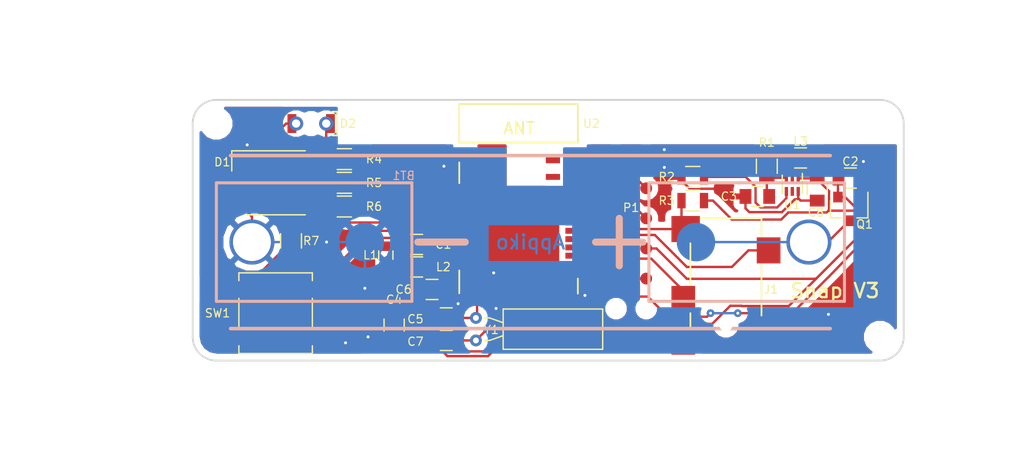
<source format=kicad_pcb>
(kicad_pcb (version 20170922) (host pcbnew no-vcs-found-cd21218~61~ubuntu16.04.1)

  (general
    (thickness 1.6)
    (drawings 38)
    (tracks 312)
    (zones 0)
    (modules 30)
    (nets 48)
  )

  (page A4)
  (layers
    (0 F.Cu signal)
    (31 B.Cu signal)
    (32 B.Adhes user)
    (33 F.Adhes user)
    (34 B.Paste user)
    (35 F.Paste user)
    (36 B.SilkS user)
    (37 F.SilkS user)
    (38 B.Mask user)
    (39 F.Mask user)
    (40 Dwgs.User user)
    (41 Cmts.User user)
    (42 Eco1.User user)
    (43 Eco2.User user)
    (44 Edge.Cuts user)
    (45 Margin user)
    (46 B.CrtYd user hide)
    (47 F.CrtYd user hide)
    (48 B.Fab user hide)
    (49 F.Fab user hide)
  )

  (setup
    (last_trace_width 0.2)
    (trace_clearance 0.2)
    (zone_clearance 0.508)
    (zone_45_only yes)
    (trace_min 0.2)
    (segment_width 0.1)
    (edge_width 0.15)
    (via_size 0.65)
    (via_drill 0.25)
    (via_min_size 0.65)
    (via_min_drill 0.25)
    (uvia_size 0.3)
    (uvia_drill 0.1)
    (uvias_allowed no)
    (uvia_min_size 0.2)
    (uvia_min_drill 0.1)
    (pcb_text_width 0.2)
    (pcb_text_size 1.2 1.2)
    (mod_edge_width 0.15)
    (mod_text_size 0.7 0.7)
    (mod_text_width 0.1)
    (pad_size 1.2 1.2)
    (pad_drill 0.7)
    (pad_to_mask_clearance 0.2)
    (aux_axis_origin 0 0)
    (visible_elements FFFFFF7F)
    (pcbplotparams
      (layerselection 0x010f0_ffffffff)
      (usegerberextensions true)
      (usegerberattributes true)
      (usegerberadvancedattributes true)
      (creategerberjobfile true)
      (excludeedgelayer false)
      (linewidth 0.100000)
      (plotframeref false)
      (viasonmask false)
      (mode 1)
      (useauxorigin false)
      (hpglpennumber 1)
      (hpglpenspeed 20)
      (hpglpendiameter 15)
      (psnegative false)
      (psa4output false)
      (plotreference true)
      (plotvalue true)
      (plotinvisibletext false)
      (padsonsilk false)
      (subtractmaskfromsilk false)
      (outputformat 1)
      (mirror false)
      (drillshape 0)
      (scaleselection 1)
      (outputdirectory gerber/))
  )

  (net 0 "")
  (net 1 GND)
  (net 2 /DEC4)
  (net 3 /VBAT)
  (net 4 "Net-(C3-Pad1)")
  (net 5 VDD)
  (net 6 /LFCLK_XL1)
  (net 7 /LFCLK_XL2)
  (net 8 /LED_SENSE)
  (net 9 "Net-(D1-Pad6)")
  (net 10 "Net-(L1-Pad2)")
  (net 11 "Net-(L3-Pad2)")
  (net 12 /REG_MODE)
  (net 13 /BUTTON)
  (net 14 /TX)
  (net 15 /RX)
  (net 16 /SWDIO)
  (net 17 /SWDCLK)
  (net 18 /RESET)
  (net 19 /GPIO1)
  (net 20 /GPIO2)
  (net 21 /LED_RED)
  (net 22 /LED_GREEN)
  (net 23 /LED_BLUE)
  (net 24 "Net-(BT1-Pad1)")
  (net 25 /FOCUS)
  (net 26 /TRIGGER)
  (net 27 /DCC)
  (net 28 /JACK_DETECT)
  (net 29 "Net-(D2-Pad2)")
  (net 30 "Net-(U2-Pad41)")
  (net 31 "Net-(U2-Pad40)")
  (net 32 "Net-(U2-Pad33)")
  (net 33 "Net-(U2-Pad23)")
  (net 34 "Net-(U2-Pad15)")
  (net 35 "Net-(U2-Pad8)")
  (net 36 "Net-(U1-Pad5)")
  (net 37 "Net-(J1-Pad4)")
  (net 38 "Net-(D1-Pad5)")
  (net 39 "Net-(U2-Pad19)")
  (net 40 "Net-(U2-Pad17)")
  (net 41 "Net-(U2-Pad16)")
  (net 42 /IR_LED)
  (net 43 "Net-(U2-Pad34)")
  (net 44 "Net-(U2-Pad31)")
  (net 45 "Net-(U2-Pad22)")
  (net 46 "Net-(U2-Pad21)")
  (net 47 "Net-(U2-Pad20)")

  (net_class Default "This is the default net class."
    (clearance 0.2)
    (trace_width 0.2)
    (via_dia 0.65)
    (via_drill 0.25)
    (uvia_dia 0.3)
    (uvia_drill 0.1)
    (add_net /BUTTON)
    (add_net /DCC)
    (add_net /DEC4)
    (add_net /FOCUS)
    (add_net /GPIO1)
    (add_net /GPIO2)
    (add_net /IR_LED)
    (add_net /JACK_DETECT)
    (add_net /LED_BLUE)
    (add_net /LED_GREEN)
    (add_net /LED_RED)
    (add_net /LED_SENSE)
    (add_net /LFCLK_XL1)
    (add_net /LFCLK_XL2)
    (add_net /REG_MODE)
    (add_net /RESET)
    (add_net /RX)
    (add_net /SWDCLK)
    (add_net /SWDIO)
    (add_net /TRIGGER)
    (add_net /TX)
    (add_net /VBAT)
    (add_net GND)
    (add_net "Net-(BT1-Pad1)")
    (add_net "Net-(C3-Pad1)")
    (add_net "Net-(D1-Pad5)")
    (add_net "Net-(D1-Pad6)")
    (add_net "Net-(D2-Pad2)")
    (add_net "Net-(J1-Pad4)")
    (add_net "Net-(L1-Pad2)")
    (add_net "Net-(L3-Pad2)")
    (add_net "Net-(U1-Pad5)")
    (add_net "Net-(U2-Pad15)")
    (add_net "Net-(U2-Pad16)")
    (add_net "Net-(U2-Pad17)")
    (add_net "Net-(U2-Pad19)")
    (add_net "Net-(U2-Pad20)")
    (add_net "Net-(U2-Pad21)")
    (add_net "Net-(U2-Pad22)")
    (add_net "Net-(U2-Pad23)")
    (add_net "Net-(U2-Pad31)")
    (add_net "Net-(U2-Pad33)")
    (add_net "Net-(U2-Pad34)")
    (add_net "Net-(U2-Pad40)")
    (add_net "Net-(U2-Pad41)")
    (add_net "Net-(U2-Pad8)")
    (add_net VDD)
  )

  (module snap_fp:prog_connect (layer F.Cu) (tedit 5A055BFF) (tstamp 59FB2797)
    (at 87 98 90)
    (descr "Tag-Connect programming header; http://www.tag-connect.com/Materials/TC2050-IDC-NL%20Datasheet.pdf")
    (tags "tag connect programming header pogo pins")
    (path /59F3170B)
    (attr virtual)
    (fp_text reference P1 (at 0.9 0 180) (layer F.SilkS)
      (effects (font (size 0.7 0.7) (thickness 0.1)))
    )
    (fp_text value CONN_02X05 (at 0 -2.4 90) (layer F.Fab)
      (effects (font (size 0.7 0.7) (thickness 0.1)))
    )
    (fp_text user %R (at 0 0 90) (layer F.Fab)
      (effects (font (size 1 1) (thickness 0.15)))
    )
    (fp_line (start -4.75 -2) (end 4.75 -2) (layer F.CrtYd) (width 0.05))
    (fp_line (start 4.75 -2) (end 4.75 2) (layer F.CrtYd) (width 0.05))
    (fp_line (start 4.75 2) (end -4.75 2) (layer F.CrtYd) (width 0.05))
    (fp_line (start -4.75 2) (end -4.75 -2) (layer F.CrtYd) (width 0.05))
    (pad "" np_thru_hole circle (at -7.62 1.27 90) (size 0.8 0.8) (drill 0.8) (layers *.Cu *.Mask))
    (pad 2 connect circle (at -5.08 -1.27 90) (size 1 1) (layers F.Cu F.Mask)
      (net 15 /RX))
    (pad 4 connect circle (at -2.54 -1.27 90) (size 1 1) (layers F.Cu F.Mask)
      (net 20 /GPIO2))
    (pad 6 connect circle (at 0 -1.27 90) (size 1 1) (layers F.Cu F.Mask)
      (net 19 /GPIO1))
    (pad 8 connect circle (at 2.54 -1.27 90) (size 1 1) (layers F.Cu F.Mask)
      (net 17 /SWDCLK))
    (pad 10 connect circle (at 5.08 -1.27 90) (size 1 1) (layers F.Cu F.Mask)
      (net 1 GND))
    (pad 9 connect circle (at 5.08 1.27 90) (size 1 1) (layers F.Cu F.Mask)
      (net 1 GND))
    (pad 7 connect circle (at 2.54 1.27 90) (size 1 1) (layers F.Cu F.Mask)
      (net 16 /SWDIO))
    (pad 5 connect circle (at 0 1.27 90) (size 1 1) (layers F.Cu F.Mask)
      (net 18 /RESET))
    (pad 3 connect circle (at -2.54 1.27 90) (size 1 1) (layers F.Cu F.Mask)
      (net 5 VDD))
    (pad 1 connect circle (at -5.08 1.27 90) (size 1 1) (layers F.Cu F.Mask)
      (net 14 /TX))
    (pad "" np_thru_hole circle (at -7.62 -1.27 90) (size 0.8 0.8) (drill 0.8) (layers *.Cu *.Mask))
    (pad "" np_thru_hole circle (at 7.62 1.27 90) (size 0.8 0.8) (drill 0.8) (layers *.Cu *.Mask))
  )

  (module snap_fp:Crystal_C38-LF_d3.0mm_l8.0mm_Horizontal (layer F.Cu) (tedit 5A00AAF9) (tstamp 5A06A3DE)
    (at 73.9 108.3 90)
    (descr "Crystal THT C38-LF 8.0mm length 3.0mm diameter")
    (tags ['C38-LF'])
    (path /59F3A38A)
    (fp_text reference Y1 (at 0.9 1.3 180) (layer F.SilkS)
      (effects (font (size 0.7 0.7) (thickness 0.1)))
    )
    (fp_text value 32786Hz (at 3.97 2.25 180) (layer F.Fab)
      (effects (font (size 0.7 0.7) (thickness 0.1)))
    )
    (fp_line (start 3.2 -0.8) (end -1.3 -0.8) (layer F.CrtYd) (width 0.05))
    (fp_line (start 3.2 11.3) (end 3.2 -0.8) (layer F.CrtYd) (width 0.05))
    (fp_line (start -1.3 11.3) (end 3.2 11.3) (layer F.CrtYd) (width 0.05))
    (fp_line (start -1.3 -0.8) (end -1.3 11.3) (layer F.CrtYd) (width 0.05))
    (fp_line (start 1.9 1.15) (end 1.9 0.7) (layer F.SilkS) (width 0.12))
    (fp_line (start 1.495 2.3) (end 1.9 1.15) (layer F.SilkS) (width 0.12))
    (fp_line (start 0 1.15) (end 0 0.7) (layer F.SilkS) (width 0.12))
    (fp_line (start 0.405 2.3) (end 0 1.15) (layer F.SilkS) (width 0.12))
    (fp_line (start 2.65 2.3) (end -0.75 2.3) (layer F.SilkS) (width 0.12))
    (fp_line (start 2.65 10.7) (end 2.65 2.3) (layer F.SilkS) (width 0.12))
    (fp_line (start -0.75 10.7) (end 2.65 10.7) (layer F.SilkS) (width 0.12))
    (fp_line (start -0.75 2.3) (end -0.75 10.7) (layer F.SilkS) (width 0.12))
    (fp_line (start 1.9 1.25) (end 1.9 0) (layer F.Fab) (width 0.1))
    (fp_line (start 1.495 2.5) (end 1.9 1.25) (layer F.Fab) (width 0.1))
    (fp_line (start 0 1.25) (end 0 0) (layer F.Fab) (width 0.1))
    (fp_line (start 0.405 2.5) (end 0 1.25) (layer F.Fab) (width 0.1))
    (fp_line (start 2.45 2.5) (end -0.55 2.5) (layer F.Fab) (width 0.1))
    (fp_line (start 2.45 10.5) (end 2.45 2.5) (layer F.Fab) (width 0.1))
    (fp_line (start -0.55 10.5) (end 2.45 10.5) (layer F.Fab) (width 0.1))
    (fp_line (start -0.55 2.5) (end -0.55 10.5) (layer F.Fab) (width 0.1))
    (fp_text user %R (at 1.25 6.5 180) (layer F.Fab)
      (effects (font (size 0.7 0.7) (thickness 0.105)))
    )
    (pad 2 thru_hole circle (at 1.9 0 90) (size 1 1) (drill 0.5) (layers *.Cu *.Mask)
      (net 6 /LFCLK_XL1))
    (pad 1 thru_hole circle (at 0 0 90) (size 1 1) (drill 0.5) (layers *.Cu *.Mask)
      (net 7 /LFCLK_XL2))
    (model ${KIPRJMOD}/3d_modules/xtal-AB308.wrl
      (at (xyz 0 0 0))
      (scale (xyz 1 1 1))
      (rotate (xyz 0 0 0))
    )
  )

  (module Capacitors_SMD:C_0805 (layer F.Cu) (tedit 5A00B1C9) (tstamp 5A018655)
    (at 71.4 106.4 180)
    (descr "Capacitor SMD 0805, reflow soldering, AVX (see smccp.pdf)")
    (tags "capacitor 0805")
    (path /59F31707)
    (attr smd)
    (fp_text reference C5 (at 2.6 -0.1 180) (layer F.SilkS)
      (effects (font (size 0.7 0.7) (thickness 0.1)))
    )
    (fp_text value 8.2p (at 0 1.75 180) (layer F.Fab)
      (effects (font (size 0.7 0.7) (thickness 0.1)))
    )
    (fp_line (start 1.75 0.87) (end -1.75 0.87) (layer F.CrtYd) (width 0.05))
    (fp_line (start 1.75 0.87) (end 1.75 -0.88) (layer F.CrtYd) (width 0.05))
    (fp_line (start -1.75 -0.88) (end -1.75 0.87) (layer F.CrtYd) (width 0.05))
    (fp_line (start -1.75 -0.88) (end 1.75 -0.88) (layer F.CrtYd) (width 0.05))
    (fp_line (start -0.5 0.85) (end 0.5 0.85) (layer F.SilkS) (width 0.12))
    (fp_line (start 0.5 -0.85) (end -0.5 -0.85) (layer F.SilkS) (width 0.12))
    (fp_line (start -1 -0.62) (end 1 -0.62) (layer F.Fab) (width 0.1))
    (fp_line (start 1 -0.62) (end 1 0.62) (layer F.Fab) (width 0.1))
    (fp_line (start 1 0.62) (end -1 0.62) (layer F.Fab) (width 0.1))
    (fp_line (start -1 0.62) (end -1 -0.62) (layer F.Fab) (width 0.1))
    (fp_text user %R (at 0 -1.5 180) (layer F.Fab)
      (effects (font (size 1 1) (thickness 0.15)))
    )
    (pad 2 smd rect (at 1 0 180) (size 1 1.25) (layers F.Cu F.Paste F.Mask)
      (net 1 GND))
    (pad 1 smd rect (at -1 0 180) (size 1 1.25) (layers F.Cu F.Paste F.Mask)
      (net 6 /LFCLK_XL1))
    (model ${KIPRJMOD}/3d_modules/CapCeramic_0805.wrl
      (at (xyz 0 0 0))
      (scale (xyz 1 1 1))
      (rotate (xyz 0 0 0))
    )
  )

  (module Capacitors_SMD:C_0805 (layer F.Cu) (tedit 5A00B1CD) (tstamp 5A018645)
    (at 71.4 108.3 180)
    (descr "Capacitor SMD 0805, reflow soldering, AVX (see smccp.pdf)")
    (tags "capacitor 0805")
    (path /59F31708)
    (attr smd)
    (fp_text reference C7 (at 2.6 -0.1 180) (layer F.SilkS)
      (effects (font (size 0.7 0.7) (thickness 0.1)))
    )
    (fp_text value 8.2p (at 0 1.75 180) (layer F.Fab)
      (effects (font (size 0.7 0.7) (thickness 0.1)))
    )
    (fp_text user %R (at 0 -1.5 180) (layer F.Fab)
      (effects (font (size 1 1) (thickness 0.15)))
    )
    (fp_line (start -1 0.62) (end -1 -0.62) (layer F.Fab) (width 0.1))
    (fp_line (start 1 0.62) (end -1 0.62) (layer F.Fab) (width 0.1))
    (fp_line (start 1 -0.62) (end 1 0.62) (layer F.Fab) (width 0.1))
    (fp_line (start -1 -0.62) (end 1 -0.62) (layer F.Fab) (width 0.1))
    (fp_line (start 0.5 -0.85) (end -0.5 -0.85) (layer F.SilkS) (width 0.12))
    (fp_line (start -0.5 0.85) (end 0.5 0.85) (layer F.SilkS) (width 0.12))
    (fp_line (start -1.75 -0.88) (end 1.75 -0.88) (layer F.CrtYd) (width 0.05))
    (fp_line (start -1.75 -0.88) (end -1.75 0.87) (layer F.CrtYd) (width 0.05))
    (fp_line (start 1.75 0.87) (end 1.75 -0.88) (layer F.CrtYd) (width 0.05))
    (fp_line (start 1.75 0.87) (end -1.75 0.87) (layer F.CrtYd) (width 0.05))
    (pad 1 smd rect (at -1 0 180) (size 1 1.25) (layers F.Cu F.Paste F.Mask)
      (net 7 /LFCLK_XL2))
    (pad 2 smd rect (at 1 0 180) (size 1 1.25) (layers F.Cu F.Paste F.Mask)
      (net 1 GND))
    (model ${KIPRJMOD}/3d_modules/CapCeramic_0805.wrl
      (at (xyz 0 0 0))
      (scale (xyz 1 1 1))
      (rotate (xyz 0 0 0))
    )
  )

  (module snap_fp:IR26-21C-L110_5mm-TH locked (layer F.Cu) (tedit 5A017443) (tstamp 5A00DAD9)
    (at 60 90 180)
    (path /59F31712)
    (fp_text reference D2 (at -3.1 0) (layer F.SilkS)
      (effects (font (size 0.7 0.7) (thickness 0.1)))
    )
    (fp_text value IR26-21C-L110-TR8 (at 0 -2 180) (layer F.Fab)
      (effects (font (size 0.7 0.7) (thickness 0.1)))
    )
    (fp_circle (center 0 0) (end -1.2 0) (layer Dwgs.User) (width 0.12))
    (fp_line (start -0.2 0) (end 0.2 0) (layer Dwgs.User) (width 0.12))
    (fp_line (start 0 -0.2) (end 0 0.2) (layer Dwgs.User) (width 0.12))
    (fp_line (start -1.9 1) (end -1.8 1) (layer F.SilkS) (width 0.15))
    (fp_line (start -2.2 1) (end -1.9 1) (layer F.SilkS) (width 0.15))
    (fp_line (start -2.2 0.9) (end -2.2 1) (layer F.SilkS) (width 0.15))
    (fp_line (start -2.2 -1) (end -2.2 0.9) (layer F.SilkS) (width 0.15))
    (fp_line (start -1.8 -1) (end -2.2 -1) (layer F.SilkS) (width 0.15))
    (pad 2 thru_hole circle (at 1.27 0 180) (size 1.2 1.2) (drill 0.7) (layers *.Cu *.Mask)
      (net 29 "Net-(D2-Pad2)") (clearance 0.04))
    (pad 1 thru_hole circle (at -1.27 0 180) (size 1.2 1.2) (drill 0.7) (layers *.Cu *.Mask)
      (net 42 /IR_LED) (solder_mask_margin 0.04) (clearance 0.04))
    (pad "" np_thru_hole circle (at 0 0 180) (size 1.1 1.1) (drill 1.1) (layers *.Cu *.Mask)
      (solder_mask_margin 0.04) (clearance 0.04))
    (pad 2 smd rect (at 1.625 0 180) (size 0.75 1.6) (layers F.Cu F.Paste F.Mask)
      (net 29 "Net-(D2-Pad2)") (solder_mask_margin 0.04) (clearance 0.04))
    (pad 1 smd rect (at -1.625 0 180) (size 0.75 1.6) (layers F.Cu F.Paste F.Mask)
      (net 42 /IR_LED) (solder_mask_margin 0.04) (clearance 0.04))
    (model ${KIPRJMOD}/3d_modules/IR26.wrl
      (at (xyz 0 0 0))
      (scale (xyz 1 1 1))
      (rotate (xyz 0 0 0))
    )
  )

  (module snap_fp:MountingHole_1.7mm_M1.6 (layer F.Cu) (tedit 5A017969) (tstamp 5A00DAA1)
    (at 52 90)
    (descr "Mounting Hole 1.7mm, no annular, M1.6")
    (tags "mounting hole 1.7mm no annular m1.6")
    (path /59FB6FBC)
    (attr virtual)
    (fp_text reference MK2 (at 0 1.8) (layer F.SilkS) hide
      (effects (font (size 0.7 0.7) (thickness 0.1)))
    )
    (fp_text value Mounting_Hole_PAD (at 0 2.9) (layer F.Fab)
      (effects (font (size 0.7 0.7) (thickness 0.1)))
    )
    (fp_circle (center 0 0) (end 1.4 0) (layer F.CrtYd) (width 0.05))
    (fp_text user %R (at 0.3 0) (layer F.Fab)
      (effects (font (size 1 1) (thickness 0.15)))
    )
    (pad "" np_thru_hole circle (at 0 0) (size 1.7 1.7) (drill 1.7) (layers *.Cu *.Mask))
  )

  (module snap_fp:MountingHole_1.7mm_M1.6 (layer F.Cu) (tedit 5A017971) (tstamp 5A00DA9B)
    (at 108 108)
    (descr "Mounting Hole 1.7mm, no annular, M1.6")
    (tags "mounting hole 1.7mm no annular m1.6")
    (path /59F3BD2A)
    (attr virtual)
    (fp_text reference MK1 (at 0 -2.9) (layer F.SilkS) hide
      (effects (font (size 0.7 0.7) (thickness 0.1)))
    )
    (fp_text value Mounting_Hole_PAD (at 0 2.9) (layer F.Fab)
      (effects (font (size 0.7 0.7) (thickness 0.1)))
    )
    (fp_text user %R (at 0.3 0) (layer F.Fab)
      (effects (font (size 1 1) (thickness 0.15)))
    )
    (fp_circle (center 0 0) (end 1.4 0) (layer F.CrtYd) (width 0.05))
    (pad "" np_thru_hole circle (at 0 0) (size 1.7 1.7) (drill 1.7) (layers *.Cu *.Mask))
  )

  (module snap_fp:AA_keystone_206 locked (layer B.Cu) (tedit 59FD51CE) (tstamp 59FB273C)
    (at 78.5 100)
    (path /59F31719)
    (fp_text reference BT1 (at -10.7 -5.6) (layer B.SilkS)
      (effects (font (size 0.7 0.7) (thickness 0.1)) (justify mirror))
    )
    (fp_text value "AA battery" (at 0 0.5) (layer B.Fab)
      (effects (font (size 0.7 0.7) (thickness 0.1)) (justify mirror))
    )
    (fp_line (start 18.5 2) (end 18.5 -2) (layer Dwgs.User) (width 0.6))
    (fp_line (start 20.5 0) (end 16.5 0) (layer Dwgs.User) (width 0.6))
    (fp_line (start -20.5 0) (end -16.5 0) (layer Dwgs.User) (width 0.6))
    (fp_circle (center -23.5 0) (end -21.5 -0.2) (layer Dwgs.User) (width 0.12))
    (fp_circle (center -13.97 0) (end -12.3 -0.1) (layer Dwgs.User) (width 0.12))
    (fp_circle (center 13.97 0) (end 15.7 0) (layer Dwgs.User) (width 0.12))
    (fp_circle (center 23.5 0) (end 21.5 0.2) (layer Dwgs.User) (width 0.12))
    (fp_line (start -26.5 5) (end -10 5) (layer B.SilkS) (width 0.254))
    (fp_line (start -26.5 -5) (end -26.5 5) (layer B.SilkS) (width 0.254))
    (fp_line (start -10 -5) (end -26.5 -5) (layer B.SilkS) (width 0.254))
    (fp_line (start -10 5) (end -10 -5) (layer B.SilkS) (width 0.254))
    (fp_line (start 10 -5) (end 10 5) (layer B.SilkS) (width 0.254))
    (fp_line (start 26.5 -5) (end 10 -5) (layer B.SilkS) (width 0.254))
    (fp_line (start 26.5 5) (end 26.5 -5) (layer B.SilkS) (width 0.254))
    (fp_line (start 10 5) (end 26.5 5) (layer B.SilkS) (width 0.254))
    (fp_line (start 25.3 -7.3) (end -25.3 -7.3) (layer B.SilkS) (width 0.3))
    (fp_line (start -25.3 7.3) (end 25.3 7.3) (layer B.SilkS) (width 0.3))
    (fp_line (start -9.5 0) (end -5.5 0) (layer B.SilkS) (width 0.6))
    (fp_line (start 7.5 2) (end 7.5 -2) (layer B.SilkS) (width 0.6))
    (fp_line (start 9.5 0) (end 5.5 0) (layer B.SilkS) (width 0.6))
    (pad 1 smd circle (at 13.97 0) (size 3.25 3.25) (layers B.Cu B.Paste B.Mask)
      (net 24 "Net-(BT1-Pad1)"))
    (pad 1 thru_hole circle (at 23.5 0) (size 3.8 3.8) (drill 3.2) (layers *.Cu *.Mask)
      (net 24 "Net-(BT1-Pad1)"))
    (pad 2 thru_hole circle (at -23.5 0) (size 3.8 3.8) (drill 3.2) (layers *.Cu *.Mask)
      (net 1 GND))
    (pad 2 smd circle (at -13.97 0) (size 3.25 3.25) (layers B.Cu B.Paste B.Mask)
      (net 1 GND))
    (model ${KIPRJMOD}/3d_modules/keystone_206.wrl
      (at (xyz 0 0 0))
      (scale (xyz 1 1 1))
      (rotate (xyz 0 0 0))
    )
  )

  (module snap_fp:SW_SPST_B3SL-1002P locked (layer F.Cu) (tedit 59FD4B5B) (tstamp 5A06A3C5)
    (at 57 106 180)
    (descr "Middle Stroke Tactile Switch, B3SL")
    (tags "Middle Stroke Tactile Switch")
    (path /59F321EA)
    (attr smd)
    (fp_text reference SW1 (at 4.9 0 180) (layer F.SilkS)
      (effects (font (size 0.7 0.7) (thickness 0.1)))
    )
    (fp_text value TL3304AF260QJ (at 0 4.75 180) (layer F.Fab)
      (effects (font (size 0.7 0.7) (thickness 0.1)))
    )
    (fp_line (start -3.2 3.5) (end -3.2 -3.5) (layer Dwgs.User) (width 0.12))
    (fp_line (start 3.2 3.5) (end -3.2 3.5) (layer Dwgs.User) (width 0.12))
    (fp_line (start 3.2 -3.5) (end 3.2 3.5) (layer Dwgs.User) (width 0.12))
    (fp_line (start -3.2 -3.5) (end 3.2 -3.5) (layer Dwgs.User) (width 0.12))
    (fp_text user %R (at 0 -4.5 180) (layer F.Fab)
      (effects (font (size 1 1) (thickness 0.15)))
    )
    (fp_circle (center 0 0) (end 1.25 0) (layer Dwgs.User) (width 0.1))
    (fp_line (start -4.5 3.65) (end 4.5 3.65) (layer F.CrtYd) (width 0.05))
    (fp_line (start 4.5 3.65) (end 4.5 -3.65) (layer F.CrtYd) (width 0.05))
    (fp_line (start 4.5 -3.65) (end -4.5 -3.65) (layer F.CrtYd) (width 0.05))
    (fp_line (start -4.5 -3.65) (end -4.5 3.65) (layer F.CrtYd) (width 0.05))
    (fp_line (start 3.1 2.75) (end 3.1 3.4) (layer F.SilkS) (width 0.12))
    (fp_line (start 3.1 3.4) (end -3.1 3.4) (layer F.SilkS) (width 0.12))
    (fp_line (start -3.1 3.4) (end -3.1 2.75) (layer F.SilkS) (width 0.12))
    (fp_line (start 3.1 -2.75) (end 3.1 -3.4) (layer F.SilkS) (width 0.12))
    (fp_line (start 3.1 -3.4) (end -3.1 -3.4) (layer F.SilkS) (width 0.12))
    (fp_line (start -3.1 -3.4) (end -3.1 -2.75) (layer F.SilkS) (width 0.12))
    (fp_line (start 3.1 -1.25) (end 3.1 1.25) (layer F.SilkS) (width 0.12))
    (fp_line (start -3.1 -1.25) (end -3.1 1.25) (layer F.SilkS) (width 0.12))
    (fp_line (start 0 -0.2) (end 0 0.2) (layer Dwgs.User) (width 0.12))
    (fp_line (start -0.2 0) (end 0.2 0) (layer Dwgs.User) (width 0.12))
    (pad 1 smd rect (at -3.15 -2 180) (size 3.3 1) (layers F.Cu F.Paste F.Mask)
      (net 1 GND))
    (pad 1 smd rect (at 3.15 -2 180) (size 3.3 1) (layers F.Cu F.Paste F.Mask)
      (net 1 GND))
    (pad 2 smd rect (at 3.15 2 180) (size 3.3 1) (layers F.Cu F.Paste F.Mask)
      (net 13 /BUTTON))
    (pad 2 smd rect (at -3.15 2 180) (size 3.3 1) (layers F.Cu F.Paste F.Mask)
      (net 13 /BUTTON))
    (model ${KIPRJMOD}/3d_modules/TL3304.wrl
      (at (xyz 0 0 0))
      (scale (xyz 1 1 1))
      (rotate (xyz 0 0 0))
    )
  )

  (module snap_fp:LED_RGB_5050-6 locked (layer F.Cu) (tedit 59FD465A) (tstamp 59FB276B)
    (at 57 95)
    (descr http://cdn.sparkfun.com/datasheets/Components/LED/5060BRG4.pdf)
    (tags "RGB LED 5050-6")
    (path /59F31729)
    (attr smd)
    (fp_text reference D1 (at -4.5 -1.75 180) (layer F.SilkS)
      (effects (font (size 0.7 0.7) (thickness 0.1)))
    )
    (fp_text value CLX6F-FKC (at 0 3.3) (layer F.Fab)
      (effects (font (size 0.7 0.7) (thickness 0.1)))
    )
    (fp_line (start -2.5 -1.9) (end -1.9 -2.5) (layer Dwgs.User) (width 0.1))
    (fp_line (start 2.5 -2.5) (end -2.5 -2.5) (layer Dwgs.User) (width 0.1))
    (fp_line (start 2.5 2.5) (end 2.5 -2.5) (layer Dwgs.User) (width 0.1))
    (fp_line (start -2.5 2.5) (end 2.5 2.5) (layer Dwgs.User) (width 0.1))
    (fp_line (start -2.5 -2.5) (end -2.5 2.5) (layer Dwgs.User) (width 0.1))
    (fp_line (start -3.7 -2.7) (end 2.5 -2.7) (layer F.SilkS) (width 0.12))
    (fp_line (start -3.7 -1) (end -3.7 -2.7) (layer F.SilkS) (width 0.12))
    (fp_line (start 2.5 2.7) (end -2.5 2.7) (layer F.SilkS) (width 0.12))
    (fp_line (start 3.65 -2.75) (end -3.65 -2.75) (layer F.CrtYd) (width 0.05))
    (fp_line (start 3.65 2.75) (end 3.65 -2.75) (layer F.CrtYd) (width 0.05))
    (fp_line (start -3.65 2.75) (end 3.65 2.75) (layer F.CrtYd) (width 0.05))
    (fp_line (start -3.65 -2.75) (end -3.65 2.75) (layer F.CrtYd) (width 0.05))
    (fp_text user %R (at 0 0) (layer F.Fab)
      (effects (font (size 0.6 0.6) (thickness 0.06)))
    )
    (fp_circle (center 0 0) (end 0 -1.9) (layer Dwgs.User) (width 0.1))
    (fp_line (start 0 -0.2) (end 0 0.2) (layer Dwgs.User) (width 0.1))
    (fp_line (start -0.2 0) (end 0.2 0) (layer Dwgs.User) (width 0.1))
    (pad 1 smd rect (at -2.4 -1.7 90) (size 1.1 2) (layers F.Cu F.Paste F.Mask)
      (net 1 GND))
    (pad 2 smd rect (at -2.4 0 90) (size 1.1 2) (layers F.Cu F.Paste F.Mask)
      (net 1 GND))
    (pad 3 smd rect (at -2.4 1.7 90) (size 1.1 2) (layers F.Cu F.Paste F.Mask)
      (net 1 GND))
    (pad 4 smd rect (at 2.4 1.7 90) (size 1.1 2) (layers F.Cu F.Paste F.Mask)
      (net 8 /LED_SENSE))
    (pad 5 smd rect (at 2.4 0 90) (size 1.1 2) (layers F.Cu F.Paste F.Mask)
      (net 38 "Net-(D1-Pad5)"))
    (pad 6 smd rect (at 2.4 -1.7 90) (size 1.1 2) (layers F.Cu F.Paste F.Mask)
      (net 9 "Net-(D1-Pad6)"))
    (model ${KIPRJMOD}/3d_modules/LED_SMD_APA102.wrl
      (at (xyz 0 0 0))
      (scale (xyz 1 1 1))
      (rotate (xyz 0 0 0))
    )
  )

  (module snap_fp:R_0805 (layer F.Cu) (tedit 59B83A30) (tstamp 59FB27C0)
    (at 62.8 95 180)
    (descr "Resistor SMD 0805, reflow soldering, Vishay (see dcrcw.pdf)")
    (tags "resistor 0805")
    (path /59F31714)
    (attr smd)
    (fp_text reference R5 (at -2.5 0) (layer F.SilkS)
      (effects (font (size 0.7 0.7) (thickness 0.1)))
    )
    (fp_text value 82E (at 0 1.75 180) (layer F.Fab)
      (effects (font (size 0.7 0.7) (thickness 0.1)))
    )
    (fp_line (start 1.55 0.9) (end -1.55 0.9) (layer F.CrtYd) (width 0.05))
    (fp_line (start 1.55 0.9) (end 1.55 -0.9) (layer F.CrtYd) (width 0.05))
    (fp_line (start -1.55 -0.9) (end -1.55 0.9) (layer F.CrtYd) (width 0.05))
    (fp_line (start -1.55 -0.9) (end 1.55 -0.9) (layer F.CrtYd) (width 0.05))
    (fp_line (start -0.6 -0.88) (end 0.6 -0.88) (layer F.SilkS) (width 0.12))
    (fp_line (start 0.6 0.88) (end -0.6 0.88) (layer F.SilkS) (width 0.12))
    (fp_line (start -1 -0.62) (end 1 -0.62) (layer F.Fab) (width 0.1))
    (fp_line (start 1 -0.62) (end 1 0.62) (layer F.Fab) (width 0.1))
    (fp_line (start 1 0.62) (end -1 0.62) (layer F.Fab) (width 0.1))
    (fp_line (start -1 0.62) (end -1 -0.62) (layer F.Fab) (width 0.1))
    (fp_text user %R (at 0 0 180) (layer F.Fab)
      (effects (font (size 0.5 0.5) (thickness 0.075)))
    )
    (pad 2 smd rect (at 0.95 0 180) (size 0.7 1.3) (layers F.Cu F.Paste F.Mask)
      (net 38 "Net-(D1-Pad5)"))
    (pad 1 smd rect (at -0.95 0 180) (size 0.7 1.3) (layers F.Cu F.Paste F.Mask)
      (net 21 /LED_RED))
    (model ${KIPRJMOD}/3d_modules/r_0805.wrl
      (at (xyz 0 0 0))
      (scale (xyz 1 1 1))
      (rotate (xyz 0 0 0))
    )
  )

  (module snap_fp:mdbt42Q (layer F.Cu) (tedit 59FD51FF) (tstamp 59FB27DF)
    (at 77.5 97.85)
    (path /59F316F8)
    (fp_text reference U2 (at 6.15 -7.85 180) (layer F.SilkS)
      (effects (font (size 0.7 0.7) (thickness 0.1)))
    )
    (fp_text value MDBT42Q (at 0 -1) (layer F.Fab) hide
      (effects (font (size 0.7 0.7) (thickness 0.1)))
    )
    (fp_text user ANT (at 0.05 -7.45) (layer F.SilkS)
      (effects (font (size 1 1) (thickness 0.15)))
    )
    (fp_line (start 5 -6.25) (end -5 -6.25) (layer F.SilkS) (width 0.15))
    (fp_line (start -5 -9.5) (end 5 -9.5) (layer F.SilkS) (width 0.15))
    (fp_line (start -5.0038 -2.8194) (end -5.0038 -4.572) (layer F.SilkS) (width 0.15))
    (fp_line (start -5.0038 -9.4996) (end -5.0038 -6.2484) (layer F.SilkS) (width 0.15))
    (fp_line (start -5.0038 6.477) (end -5.0038 4.5466) (layer F.SilkS) (width 0.15))
    (fp_line (start 5.0038 6.5024) (end 5.0038 5.2324) (layer F.SilkS) (width 0.15))
    (fp_line (start 5.0038 -9.4996) (end 5.0038 -6.2484) (layer F.SilkS) (width 0.15))
    (pad 41 smd rect (at 2.9 -3.35) (size 1.2 0.5) (layers F.Cu F.Paste F.Mask)
      (net 30 "Net-(U2-Pad41)"))
    (pad 40 smd rect (at 2.9 -4.75) (size 1.2 0.5) (layers F.Cu F.Paste F.Mask)
      (net 31 "Net-(U2-Pad40)"))
    (pad 39 smd rect (at 4.75 -5.3) (size 1.6 0.9) (layers F.Cu F.Paste F.Mask)
      (net 1 GND))
    (pad 38 smd rect (at 4.75 -4.4) (size 1.6 0.5) (layers F.Cu F.Paste F.Mask)
      (net 12 /REG_MODE))
    (pad 37 smd rect (at 4.75 -3.7) (size 1.6 0.5) (layers F.Cu F.Paste F.Mask)
      (net 16 /SWDIO))
    (pad 36 smd rect (at 4.75 -3) (size 1.6 0.5) (layers F.Cu F.Paste F.Mask)
      (net 17 /SWDCLK))
    (pad 35 smd rect (at 4.75 -2.3) (size 1.6 0.5) (layers F.Cu F.Paste F.Mask)
      (net 18 /RESET))
    (pad 34 smd rect (at 4.75 -1.6) (size 1.6 0.5) (layers F.Cu F.Paste F.Mask)
      (net 43 "Net-(U2-Pad34)"))
    (pad 33 smd rect (at 4.75 -0.9) (size 1.6 0.5) (layers F.Cu F.Paste F.Mask)
      (net 32 "Net-(U2-Pad33)"))
    (pad 32 smd rect (at 4.75 -0.2) (size 1.6 0.5) (layers F.Cu F.Paste F.Mask)
      (net 19 /GPIO1))
    (pad 31 smd rect (at 4.75 0.5) (size 1.6 0.5) (layers F.Cu F.Paste F.Mask)
      (net 44 "Net-(U2-Pad31)"))
    (pad 30 smd rect (at 4.75 1.2) (size 1.6 0.5) (layers F.Cu F.Paste F.Mask)
      (net 28 /JACK_DETECT))
    (pad 29 smd rect (at 4.75 1.9) (size 1.6 0.5) (layers F.Cu F.Paste F.Mask)
      (net 25 /FOCUS))
    (pad 28 smd rect (at 4.75 2.6) (size 1.6 0.5) (layers F.Cu F.Paste F.Mask)
      (net 20 /GPIO2))
    (pad 27 smd rect (at 4.75 3.3) (size 1.6 0.5) (layers F.Cu F.Paste F.Mask)
      (net 26 /TRIGGER))
    (pad 26 smd rect (at 4.75 4) (size 1.6 0.5) (layers F.Cu F.Paste F.Mask)
      (net 14 /TX))
    (pad 25 smd rect (at 4.75 4.7) (size 1.6 0.5) (layers F.Cu F.Paste F.Mask)
      (net 15 /RX))
    (pad 24 smd rect (at 4.2 6.25) (size 0.5 1.6) (layers F.Cu F.Paste F.Mask)
      (net 1 GND))
    (pad 23 smd rect (at 3.5 6.25) (size 0.5 1.6) (layers F.Cu F.Paste F.Mask)
      (net 33 "Net-(U2-Pad23)"))
    (pad 22 smd rect (at 2.8 6.25) (size 0.5 1.6) (layers F.Cu F.Paste F.Mask)
      (net 45 "Net-(U2-Pad22)"))
    (pad 21 smd rect (at 2.1 6.25) (size 0.5 1.6) (layers F.Cu F.Paste F.Mask)
      (net 46 "Net-(U2-Pad21)"))
    (pad 20 smd rect (at 1.4 6.25) (size 0.5 1.6) (layers F.Cu F.Paste F.Mask)
      (net 47 "Net-(U2-Pad20)"))
    (pad 19 smd rect (at 0.7 6.25) (size 0.5 1.6) (layers F.Cu F.Paste F.Mask)
      (net 39 "Net-(U2-Pad19)"))
    (pad 18 smd rect (at 0 6.25) (size 0.5 1.6) (layers F.Cu F.Paste F.Mask)
      (net 3 /VBAT))
    (pad 17 smd rect (at -0.7 6.25) (size 0.5 1.6) (layers F.Cu F.Paste F.Mask)
      (net 40 "Net-(U2-Pad17)"))
    (pad 16 smd rect (at -1.4 6.25) (size 0.5 1.6) (layers F.Cu F.Paste F.Mask)
      (net 41 "Net-(U2-Pad16)"))
    (pad 15 smd rect (at -2.1 6.25) (size 0.5 1.6) (layers F.Cu F.Paste F.Mask)
      (net 34 "Net-(U2-Pad15)"))
    (pad 14 smd rect (at -2.8 6.25) (size 0.5 1.6) (layers F.Cu F.Paste F.Mask)
      (net 7 /LFCLK_XL2))
    (pad 13 smd rect (at -3.5 6.25) (size 0.5 1.6) (layers F.Cu F.Paste F.Mask)
      (net 6 /LFCLK_XL1))
    (pad 11 smd rect (at -4.75 4) (size 1.6 0.5) (layers F.Cu F.Paste F.Mask)
      (net 5 VDD))
    (pad 10 smd rect (at -4.75 3.3) (size 1.6 0.5) (layers F.Cu F.Paste F.Mask)
      (net 27 /DCC))
    (pad 9 smd rect (at -4.75 2.6) (size 1.6 0.5) (layers F.Cu F.Paste F.Mask)
      (net 2 /DEC4))
    (pad 8 smd rect (at -4.75 1.9) (size 1.6 0.5) (layers F.Cu F.Paste F.Mask)
      (net 35 "Net-(U2-Pad8)"))
    (pad 7 smd rect (at -4.75 1.2) (size 1.6 0.5) (layers F.Cu F.Paste F.Mask)
      (net 13 /BUTTON))
    (pad 6 smd rect (at -4.75 0.5) (size 1.6 0.5) (layers F.Cu F.Paste F.Mask)
      (net 8 /LED_SENSE))
    (pad 5 smd rect (at -4.75 -0.2) (size 1.6 0.5) (layers F.Cu F.Paste F.Mask)
      (net 22 /LED_GREEN))
    (pad 4 smd rect (at -4.75 -0.9) (size 1.6 0.5) (layers F.Cu F.Paste F.Mask)
      (net 21 /LED_RED))
    (pad 3 smd rect (at -4.75 -1.6) (size 1.6 0.5) (layers F.Cu F.Paste F.Mask)
      (net 23 /LED_BLUE))
    (pad 1 smd rect (at -4.75 -5.3) (size 1.6 0.9) (layers F.Cu F.Paste F.Mask)
      (net 1 GND))
    (pad 2 smd rect (at -4.75 -2.3) (size 1.6 0.5) (layers F.Cu F.Paste F.Mask)
      (net 42 /IR_LED))
    (pad 12 smd rect (at -4.3 6.25) (size 0.5 1.6) (layers F.Cu F.Paste F.Mask)
      (net 1 GND))
    (model ${KIPRJMOD}/3d_modules/MDBT42Q.wrl
      (at (xyz 0 0 0))
      (scale (xyz 1 1 1))
      (rotate (xyz 0 0 0))
    )
  )

  (module snap_fp:WSON6_1.5x1.5mm_Pitch0.5mm (layer F.Cu) (tedit 5A00AB33) (tstamp 59FB27D6)
    (at 100.6 95.15 270)
    (descr "WSON6, http://www.ti.com/lit/ds/symlink/tlv702.pdf")
    (tags WSON6_1.5x1.5mm_Pitch0.5mm)
    (path /59F31727)
    (attr smd)
    (fp_text reference U1 (at 1.7 0) (layer F.SilkS)
      (effects (font (size 0.7 0.7) (thickness 0.1)))
    )
    (fp_text value TPS610986 (at 0 2 270) (layer F.Fab)
      (effects (font (size 0.7 0.7) (thickness 0.1)))
    )
    (fp_text user %R (at 0.005 0 270) (layer F.Fab)
      (effects (font (size 0.4 0.4) (thickness 0.05)))
    )
    (fp_line (start -0.945 -0.85) (end 0.755 -0.85) (layer F.SilkS) (width 0.12))
    (fp_line (start -0.795 0.85) (end 0.755 0.85) (layer F.SilkS) (width 0.12))
    (fp_line (start -0.495 -0.78) (end -0.775 -0.5) (layer F.Fab) (width 0.1))
    (fp_line (start 0.785 -0.78) (end -0.495 -0.78) (layer F.Fab) (width 0.1))
    (fp_line (start -0.775 -0.5) (end -0.775 0.78) (layer F.Fab) (width 0.1))
    (fp_line (start -0.775 0.78) (end 0.785 0.78) (layer F.Fab) (width 0.1))
    (fp_line (start 0.785 -0.78) (end 0.785 0.78) (layer F.Fab) (width 0.1))
    (fp_line (start 1.2 -1.02) (end 1.2 1.02) (layer F.CrtYd) (width 0.05))
    (fp_line (start 1.2 -1.02) (end -1.2 -1.02) (layer F.CrtYd) (width 0.05))
    (fp_line (start -1.2 1.02) (end 1.2 1.02) (layer F.CrtYd) (width 0.05))
    (fp_line (start -1.2 1.02) (end -1.2 -1.02) (layer F.CrtYd) (width 0.05))
    (pad 1 smd rect (at -0.525 -0.5 180) (size 0.28 0.85) (layers F.Cu F.Paste F.Mask)
      (net 5 VDD))
    (pad 2 smd rect (at -0.575 0 180) (size 0.28 0.75) (layers F.Cu F.Paste F.Mask)
      (net 11 "Net-(L3-Pad2)"))
    (pad 3 smd rect (at -0.575 0.5 180) (size 0.28 0.75) (layers F.Cu F.Paste F.Mask)
      (net 4 "Net-(C3-Pad1)"))
    (pad 4 smd rect (at 0.575 0.5 180) (size 0.28 0.75) (layers F.Cu F.Paste F.Mask)
      (net 12 /REG_MODE))
    (pad 5 smd rect (at 0.575 0 180) (size 0.28 0.75) (layers F.Cu F.Paste F.Mask)
      (net 36 "Net-(U1-Pad5)"))
    (pad 6 smd rect (at 0.575 -0.5 180) (size 0.28 0.75) (layers F.Cu F.Paste F.Mask)
      (net 1 GND))
    (model ${KIPRJMOD}/3d_modules/WSON6.wrl
      (at (xyz 0 0 0))
      (scale (xyz 1 1 1))
      (rotate (xyz 0 0 0))
    )
  )

  (module snap_fp:R_0805 (layer F.Cu) (tedit 5A00A86C) (tstamp 59FB27CA)
    (at 58.3 99.9 90)
    (descr "Resistor SMD 0805, reflow soldering, Vishay (see dcrcw.pdf)")
    (tags "resistor 0805")
    (path /59F31717)
    (attr smd)
    (fp_text reference R7 (at 0 1.7) (layer F.SilkS)
      (effects (font (size 0.7 0.7) (thickness 0.1)))
    )
    (fp_text value 130 (at 0 1.75 90) (layer F.Fab)
      (effects (font (size 0.7 0.7) (thickness 0.1)))
    )
    (fp_line (start 1.55 0.9) (end -1.55 0.9) (layer F.CrtYd) (width 0.05))
    (fp_line (start 1.55 0.9) (end 1.55 -0.9) (layer F.CrtYd) (width 0.05))
    (fp_line (start -1.55 -0.9) (end -1.55 0.9) (layer F.CrtYd) (width 0.05))
    (fp_line (start -1.55 -0.9) (end 1.55 -0.9) (layer F.CrtYd) (width 0.05))
    (fp_line (start -0.6 -0.88) (end 0.6 -0.88) (layer F.SilkS) (width 0.12))
    (fp_line (start 0.6 0.88) (end -0.6 0.88) (layer F.SilkS) (width 0.12))
    (fp_line (start -1 -0.62) (end 1 -0.62) (layer F.Fab) (width 0.1))
    (fp_line (start 1 -0.62) (end 1 0.62) (layer F.Fab) (width 0.1))
    (fp_line (start 1 0.62) (end -1 0.62) (layer F.Fab) (width 0.1))
    (fp_line (start -1 0.62) (end -1 -0.62) (layer F.Fab) (width 0.1))
    (fp_text user %R (at 0 0 90) (layer F.Fab)
      (effects (font (size 0.5 0.5) (thickness 0.075)))
    )
    (pad 2 smd rect (at 0.95 0 90) (size 0.7 1.3) (layers F.Cu F.Paste F.Mask)
      (net 29 "Net-(D2-Pad2)"))
    (pad 1 smd rect (at -0.95 0 90) (size 0.7 1.3) (layers F.Cu F.Paste F.Mask)
      (net 5 VDD))
    (model ${KIPRJMOD}/3d_modules/r_0805.wrl
      (at (xyz 0 0 0))
      (scale (xyz 1 1 1))
      (rotate (xyz 0 0 0))
    )
  )

  (module snap_fp:R_0805 (layer F.Cu) (tedit 59B83A30) (tstamp 59FB27C5)
    (at 62.8 97 180)
    (descr "Resistor SMD 0805, reflow soldering, Vishay (see dcrcw.pdf)")
    (tags "resistor 0805")
    (path /59F31715)
    (attr smd)
    (fp_text reference R6 (at -2.5 0) (layer F.SilkS)
      (effects (font (size 0.7 0.7) (thickness 0.1)))
    )
    (fp_text value 22E (at 0 1.75 180) (layer F.Fab)
      (effects (font (size 0.7 0.7) (thickness 0.1)))
    )
    (fp_line (start 1.55 0.9) (end -1.55 0.9) (layer F.CrtYd) (width 0.05))
    (fp_line (start 1.55 0.9) (end 1.55 -0.9) (layer F.CrtYd) (width 0.05))
    (fp_line (start -1.55 -0.9) (end -1.55 0.9) (layer F.CrtYd) (width 0.05))
    (fp_line (start -1.55 -0.9) (end 1.55 -0.9) (layer F.CrtYd) (width 0.05))
    (fp_line (start -0.6 -0.88) (end 0.6 -0.88) (layer F.SilkS) (width 0.12))
    (fp_line (start 0.6 0.88) (end -0.6 0.88) (layer F.SilkS) (width 0.12))
    (fp_line (start -1 -0.62) (end 1 -0.62) (layer F.Fab) (width 0.1))
    (fp_line (start 1 -0.62) (end 1 0.62) (layer F.Fab) (width 0.1))
    (fp_line (start 1 0.62) (end -1 0.62) (layer F.Fab) (width 0.1))
    (fp_line (start -1 0.62) (end -1 -0.62) (layer F.Fab) (width 0.1))
    (fp_text user %R (at 0 0 180) (layer F.Fab)
      (effects (font (size 0.5 0.5) (thickness 0.075)))
    )
    (pad 2 smd rect (at 0.95 0 180) (size 0.7 1.3) (layers F.Cu F.Paste F.Mask)
      (net 8 /LED_SENSE))
    (pad 1 smd rect (at -0.95 0 180) (size 0.7 1.3) (layers F.Cu F.Paste F.Mask)
      (net 22 /LED_GREEN))
    (model ${KIPRJMOD}/3d_modules/r_0805.wrl
      (at (xyz 0 0 0))
      (scale (xyz 1 1 1))
      (rotate (xyz 0 0 0))
    )
  )

  (module snap_fp:R_0805 (layer F.Cu) (tedit 59B83A30) (tstamp 59FB27BB)
    (at 62.8 93 180)
    (descr "Resistor SMD 0805, reflow soldering, Vishay (see dcrcw.pdf)")
    (tags "resistor 0805")
    (path /59F31713)
    (attr smd)
    (fp_text reference R4 (at -2.5 0) (layer F.SilkS)
      (effects (font (size 0.7 0.7) (thickness 0.1)))
    )
    (fp_text value 22E (at 0 1.75 180) (layer F.Fab)
      (effects (font (size 0.7 0.7) (thickness 0.1)))
    )
    (fp_line (start 1.55 0.9) (end -1.55 0.9) (layer F.CrtYd) (width 0.05))
    (fp_line (start 1.55 0.9) (end 1.55 -0.9) (layer F.CrtYd) (width 0.05))
    (fp_line (start -1.55 -0.9) (end -1.55 0.9) (layer F.CrtYd) (width 0.05))
    (fp_line (start -1.55 -0.9) (end 1.55 -0.9) (layer F.CrtYd) (width 0.05))
    (fp_line (start -0.6 -0.88) (end 0.6 -0.88) (layer F.SilkS) (width 0.12))
    (fp_line (start 0.6 0.88) (end -0.6 0.88) (layer F.SilkS) (width 0.12))
    (fp_line (start -1 -0.62) (end 1 -0.62) (layer F.Fab) (width 0.1))
    (fp_line (start 1 -0.62) (end 1 0.62) (layer F.Fab) (width 0.1))
    (fp_line (start 1 0.62) (end -1 0.62) (layer F.Fab) (width 0.1))
    (fp_line (start -1 0.62) (end -1 -0.62) (layer F.Fab) (width 0.1))
    (fp_text user %R (at 0 0 180) (layer F.Fab)
      (effects (font (size 0.5 0.5) (thickness 0.075)))
    )
    (pad 2 smd rect (at 0.95 0 180) (size 0.7 1.3) (layers F.Cu F.Paste F.Mask)
      (net 9 "Net-(D1-Pad6)"))
    (pad 1 smd rect (at -0.95 0 180) (size 0.7 1.3) (layers F.Cu F.Paste F.Mask)
      (net 23 /LED_BLUE))
    (model ${KIPRJMOD}/3d_modules/r_0805.wrl
      (at (xyz 0 0 0))
      (scale (xyz 1 1 1))
      (rotate (xyz 0 0 0))
    )
  )

  (module snap_fp:R_0805 (layer F.Cu) (tedit 5A00AB0F) (tstamp 59FB27B6)
    (at 92.2 96.5 180)
    (descr "Resistor SMD 0805, reflow soldering, Vishay (see dcrcw.pdf)")
    (tags "resistor 0805")
    (path /59F8D073)
    (attr smd)
    (fp_text reference R3 (at 2.2 0 180) (layer F.SilkS)
      (effects (font (size 0.7 0.7) (thickness 0.1)))
    )
    (fp_text value 390E (at 0 1.75 180) (layer F.Fab)
      (effects (font (size 0.7 0.7) (thickness 0.1)))
    )
    (fp_line (start 1.55 0.9) (end -1.55 0.9) (layer F.CrtYd) (width 0.05))
    (fp_line (start 1.55 0.9) (end 1.55 -0.9) (layer F.CrtYd) (width 0.05))
    (fp_line (start -1.55 -0.9) (end -1.55 0.9) (layer F.CrtYd) (width 0.05))
    (fp_line (start -1.55 -0.9) (end 1.55 -0.9) (layer F.CrtYd) (width 0.05))
    (fp_line (start -0.6 -0.88) (end 0.6 -0.88) (layer F.SilkS) (width 0.12))
    (fp_line (start 0.6 0.88) (end -0.6 0.88) (layer F.SilkS) (width 0.12))
    (fp_line (start -1 -0.62) (end 1 -0.62) (layer F.Fab) (width 0.1))
    (fp_line (start 1 -0.62) (end 1 0.62) (layer F.Fab) (width 0.1))
    (fp_line (start 1 0.62) (end -1 0.62) (layer F.Fab) (width 0.1))
    (fp_line (start -1 0.62) (end -1 -0.62) (layer F.Fab) (width 0.1))
    (fp_text user %R (at 0 0 180) (layer F.Fab)
      (effects (font (size 0.5 0.5) (thickness 0.075)))
    )
    (pad 2 smd rect (at 0.95 0 180) (size 0.7 1.3) (layers F.Cu F.Paste F.Mask)
      (net 28 /JACK_DETECT))
    (pad 1 smd rect (at -0.95 0 180) (size 0.7 1.3) (layers F.Cu F.Paste F.Mask)
      (net 5 VDD))
    (model ${KIPRJMOD}/3d_modules/r_0805.wrl
      (at (xyz 0 0 0))
      (scale (xyz 1 1 1))
      (rotate (xyz 0 0 0))
    )
  )

  (module snap_fp:R_0805 (layer F.Cu) (tedit 5A00AB09) (tstamp 59FB27B1)
    (at 92.2 94.5 180)
    (descr "Resistor SMD 0805, reflow soldering, Vishay (see dcrcw.pdf)")
    (tags "resistor 0805")
    (path /59F330CA)
    (attr smd)
    (fp_text reference R2 (at 2.2 0 180) (layer F.SilkS)
      (effects (font (size 0.7 0.7) (thickness 0.1)))
    )
    (fp_text value 47k (at 0 1.75 180) (layer F.Fab)
      (effects (font (size 0.7 0.7) (thickness 0.1)))
    )
    (fp_line (start 1.55 0.9) (end -1.55 0.9) (layer F.CrtYd) (width 0.05))
    (fp_line (start 1.55 0.9) (end 1.55 -0.9) (layer F.CrtYd) (width 0.05))
    (fp_line (start -1.55 -0.9) (end -1.55 0.9) (layer F.CrtYd) (width 0.05))
    (fp_line (start -1.55 -0.9) (end 1.55 -0.9) (layer F.CrtYd) (width 0.05))
    (fp_line (start -0.6 -0.88) (end 0.6 -0.88) (layer F.SilkS) (width 0.12))
    (fp_line (start 0.6 0.88) (end -0.6 0.88) (layer F.SilkS) (width 0.12))
    (fp_line (start -1 -0.62) (end 1 -0.62) (layer F.Fab) (width 0.1))
    (fp_line (start 1 -0.62) (end 1 0.62) (layer F.Fab) (width 0.1))
    (fp_line (start 1 0.62) (end -1 0.62) (layer F.Fab) (width 0.1))
    (fp_line (start -1 0.62) (end -1 -0.62) (layer F.Fab) (width 0.1))
    (fp_text user %R (at 0 0 180) (layer F.Fab)
      (effects (font (size 0.5 0.5) (thickness 0.075)))
    )
    (pad 2 smd rect (at 0.95 0 180) (size 0.7 1.3) (layers F.Cu F.Paste F.Mask)
      (net 1 GND))
    (pad 1 smd rect (at -0.95 0 180) (size 0.7 1.3) (layers F.Cu F.Paste F.Mask)
      (net 12 /REG_MODE))
    (model ${KIPRJMOD}/3d_modules/r_0805.wrl
      (at (xyz 0 0 0))
      (scale (xyz 1 1 1))
      (rotate (xyz 0 0 0))
    )
  )

  (module snap_fp:R_0805 (layer F.Cu) (tedit 5A00AB1B) (tstamp 59FB27AC)
    (at 98.45 93.6 270)
    (descr "Resistor SMD 0805, reflow soldering, Vishay (see dcrcw.pdf)")
    (tags "resistor 0805")
    (path /59F3171D)
    (attr smd)
    (fp_text reference R1 (at -2 0 180) (layer F.SilkS)
      (effects (font (size 0.7 0.7) (thickness 0.1)))
    )
    (fp_text value 390E (at 0 1.75 270) (layer F.Fab)
      (effects (font (size 0.7 0.7) (thickness 0.1)))
    )
    (fp_line (start 1.55 0.9) (end -1.55 0.9) (layer F.CrtYd) (width 0.05))
    (fp_line (start 1.55 0.9) (end 1.55 -0.9) (layer F.CrtYd) (width 0.05))
    (fp_line (start -1.55 -0.9) (end -1.55 0.9) (layer F.CrtYd) (width 0.05))
    (fp_line (start -1.55 -0.9) (end 1.55 -0.9) (layer F.CrtYd) (width 0.05))
    (fp_line (start -0.6 -0.88) (end 0.6 -0.88) (layer F.SilkS) (width 0.12))
    (fp_line (start 0.6 0.88) (end -0.6 0.88) (layer F.SilkS) (width 0.12))
    (fp_line (start -1 -0.62) (end 1 -0.62) (layer F.Fab) (width 0.1))
    (fp_line (start 1 -0.62) (end 1 0.62) (layer F.Fab) (width 0.1))
    (fp_line (start 1 0.62) (end -1 0.62) (layer F.Fab) (width 0.1))
    (fp_line (start -1 0.62) (end -1 -0.62) (layer F.Fab) (width 0.1))
    (fp_text user %R (at 0 0 270) (layer F.Fab)
      (effects (font (size 0.5 0.5) (thickness 0.075)))
    )
    (pad 2 smd rect (at 0.95 0 270) (size 0.7 1.3) (layers F.Cu F.Paste F.Mask)
      (net 4 "Net-(C3-Pad1)"))
    (pad 1 smd rect (at -0.95 0 270) (size 0.7 1.3) (layers F.Cu F.Paste F.Mask)
      (net 3 /VBAT))
    (model ${KIPRJMOD}/3d_modules/r_0805.wrl
      (at (xyz 0 0 0))
      (scale (xyz 1 1 1))
      (rotate (xyz 0 0 0))
    )
  )

  (module snap_fp:TSM2301 (layer F.Cu) (tedit 5A00A8F3) (tstamp 59FB27A6)
    (at 105.4 97.2 270)
    (descr "SOT-23, Standard")
    (tags SOT-23)
    (path /59F3170F)
    (attr smd)
    (fp_text reference Q1 (at 1.3 -1.3 180) (layer F.SilkS)
      (effects (font (size 0.7 0.7) (thickness 0.1)))
    )
    (fp_text value TSM2301 (at 0 2.5 270) (layer F.Fab)
      (effects (font (size 0.7 0.7) (thickness 0.1)))
    )
    (fp_line (start -0.7 -0.95) (end -0.7 1.5) (layer F.Fab) (width 0.1))
    (fp_line (start -0.15 -1.52) (end 0.7 -1.52) (layer F.Fab) (width 0.1))
    (fp_line (start -0.7 -0.95) (end -0.15 -1.52) (layer F.Fab) (width 0.1))
    (fp_line (start 0.7 -1.52) (end 0.7 1.52) (layer F.Fab) (width 0.1))
    (fp_line (start -0.7 1.52) (end 0.7 1.52) (layer F.Fab) (width 0.1))
    (fp_line (start 0.76 1.58) (end 0.76 0.65) (layer F.SilkS) (width 0.12))
    (fp_line (start 0.76 -1.58) (end 0.76 -0.65) (layer F.SilkS) (width 0.12))
    (fp_line (start -1.7 -1.75) (end 1.7 -1.75) (layer F.CrtYd) (width 0.05))
    (fp_line (start 1.7 -1.75) (end 1.7 1.75) (layer F.CrtYd) (width 0.05))
    (fp_line (start 1.7 1.75) (end -1.7 1.75) (layer F.CrtYd) (width 0.05))
    (fp_line (start -1.7 1.75) (end -1.7 -1.75) (layer F.CrtYd) (width 0.05))
    (fp_line (start 0.76 -1.58) (end -1.4 -1.58) (layer F.SilkS) (width 0.12))
    (fp_line (start 0.76 1.58) (end -0.7 1.58) (layer F.SilkS) (width 0.12))
    (pad 2 smd rect (at -1 -0.95 270) (size 0.9 0.8) (layers F.Cu F.Paste F.Mask)
      (net 1 GND))
    (pad 3 smd rect (at -1 0.95 270) (size 0.9 0.8) (layers F.Cu F.Paste F.Mask)
      (net 3 /VBAT))
    (pad 1 smd rect (at 1 0 270) (size 0.9 0.8) (layers F.Cu F.Paste F.Mask)
      (net 24 "Net-(BT1-Pad1)"))
    (model ${KIPRJMOD}/3d_modules/Tr_SOT23.wrl
      (at (xyz 0 0 0))
      (scale (xyz 1 1 1))
      (rotate (xyz 0 0 90))
    )
  )

  (module snap_fp:C_0805 (layer F.Cu) (tedit 5A00AB21) (tstamp 59FB278E)
    (at 101.3 92.9 180)
    (descr "Capacitor SMD 0805, reflow soldering, AVX (see smccp.pdf)")
    (tags "capacitor 0805")
    (path /59F3171C)
    (attr smd)
    (fp_text reference L3 (at 0 1.4) (layer F.SilkS)
      (effects (font (size 0.7 0.7) (thickness 0.1)))
    )
    (fp_text value 4.7u (at 0 1.75 180) (layer F.Fab)
      (effects (font (size 0.7 0.7) (thickness 0.1)))
    )
    (fp_text user %R (at 0 -1.5 180) (layer F.Fab)
      (effects (font (size 1 1) (thickness 0.15)))
    )
    (fp_line (start -1 0.62) (end -1 -0.62) (layer F.Fab) (width 0.1))
    (fp_line (start 1 0.62) (end -1 0.62) (layer F.Fab) (width 0.1))
    (fp_line (start 1 -0.62) (end 1 0.62) (layer F.Fab) (width 0.1))
    (fp_line (start -1 -0.62) (end 1 -0.62) (layer F.Fab) (width 0.1))
    (fp_line (start 0.5 -0.85) (end -0.5 -0.85) (layer F.SilkS) (width 0.12))
    (fp_line (start -0.5 0.85) (end 0.5 0.85) (layer F.SilkS) (width 0.12))
    (fp_line (start -1.75 -0.88) (end 1.75 -0.88) (layer F.CrtYd) (width 0.05))
    (fp_line (start -1.75 -0.88) (end -1.75 0.87) (layer F.CrtYd) (width 0.05))
    (fp_line (start 1.75 0.87) (end 1.75 -0.88) (layer F.CrtYd) (width 0.05))
    (fp_line (start 1.75 0.87) (end -1.75 0.87) (layer F.CrtYd) (width 0.05))
    (pad 1 smd rect (at -1 0 180) (size 1 1.25) (layers F.Cu F.Paste F.Mask)
      (net 3 /VBAT))
    (pad 2 smd rect (at 1 0 180) (size 1 1.25) (layers F.Cu F.Paste F.Mask)
      (net 11 "Net-(L3-Pad2)"))
    (model ${KIPRJMOD}/3d_modules/CapCeramic_0805.wrl
      (at (xyz 0 0 0))
      (scale (xyz 1 1 1))
      (rotate (xyz 0 0 0))
    )
  )

  (module snap_fp:C_0805 (layer F.Cu) (tedit 5A00B058) (tstamp 5A0559A1)
    (at 68.9 102.1)
    (descr "Capacitor SMD 0805, reflow soldering, AVX (see smccp.pdf)")
    (tags "capacitor 0805")
    (path /59F31701)
    (attr smd)
    (fp_text reference L2 (at 2.25 0 180) (layer F.SilkS)
      (effects (font (size 0.7 0.7) (thickness 0.1)))
    )
    (fp_text value 10u (at 0 1.75) (layer F.Fab)
      (effects (font (size 0.7 0.7) (thickness 0.1)))
    )
    (fp_text user %R (at 0 -1.5) (layer F.Fab)
      (effects (font (size 1 1) (thickness 0.15)))
    )
    (fp_line (start -1 0.62) (end -1 -0.62) (layer F.Fab) (width 0.1))
    (fp_line (start 1 0.62) (end -1 0.62) (layer F.Fab) (width 0.1))
    (fp_line (start 1 -0.62) (end 1 0.62) (layer F.Fab) (width 0.1))
    (fp_line (start -1 -0.62) (end 1 -0.62) (layer F.Fab) (width 0.1))
    (fp_line (start 0.5 -0.85) (end -0.5 -0.85) (layer F.SilkS) (width 0.12))
    (fp_line (start -0.5 0.85) (end 0.5 0.85) (layer F.SilkS) (width 0.12))
    (fp_line (start -1.75 -0.88) (end 1.75 -0.88) (layer F.CrtYd) (width 0.05))
    (fp_line (start -1.75 -0.88) (end -1.75 0.87) (layer F.CrtYd) (width 0.05))
    (fp_line (start 1.75 0.87) (end 1.75 -0.88) (layer F.CrtYd) (width 0.05))
    (fp_line (start 1.75 0.87) (end -1.75 0.87) (layer F.CrtYd) (width 0.05))
    (pad 1 smd rect (at -1 0) (size 1 1.25) (layers F.Cu F.Paste F.Mask)
      (net 10 "Net-(L1-Pad2)"))
    (pad 2 smd rect (at 1 0) (size 1 1.25) (layers F.Cu F.Paste F.Mask)
      (net 27 /DCC))
    (model ${KIPRJMOD}/3d_modules/CapCeramic_0805.wrl
      (at (xyz 0 0 0))
      (scale (xyz 1 1 1))
      (rotate (xyz 0 0 0))
    )
  )

  (module snap_fp:C_0603 (layer F.Cu) (tedit 5A00A818) (tstamp 59FB2784)
    (at 66.3 101.1 270)
    (descr "Capacitor SMD 0603, reflow soldering, AVX (see smccp.pdf)")
    (tags "capacitor 0603")
    (path /59F31702)
    (attr smd)
    (fp_text reference L1 (at 0 1.3 180) (layer F.SilkS)
      (effects (font (size 0.7 0.7) (thickness 0.1)))
    )
    (fp_text value 15n (at 0 1.5 270) (layer F.Fab)
      (effects (font (size 0.7 0.7) (thickness 0.1)))
    )
    (fp_line (start 1.4 0.65) (end -1.4 0.65) (layer F.CrtYd) (width 0.05))
    (fp_line (start 1.4 0.65) (end 1.4 -0.65) (layer F.CrtYd) (width 0.05))
    (fp_line (start -1.4 -0.65) (end -1.4 0.65) (layer F.CrtYd) (width 0.05))
    (fp_line (start -1.4 -0.65) (end 1.4 -0.65) (layer F.CrtYd) (width 0.05))
    (fp_line (start 0.35 0.6) (end -0.35 0.6) (layer F.SilkS) (width 0.12))
    (fp_line (start -0.35 -0.6) (end 0.35 -0.6) (layer F.SilkS) (width 0.12))
    (fp_line (start -0.8 -0.4) (end 0.8 -0.4) (layer F.Fab) (width 0.1))
    (fp_line (start 0.8 -0.4) (end 0.8 0.4) (layer F.Fab) (width 0.1))
    (fp_line (start 0.8 0.4) (end -0.8 0.4) (layer F.Fab) (width 0.1))
    (fp_line (start -0.8 0.4) (end -0.8 -0.4) (layer F.Fab) (width 0.1))
    (fp_text user %R (at 0 0 270) (layer F.Fab)
      (effects (font (size 0.3 0.3) (thickness 0.075)))
    )
    (pad 2 smd rect (at 0.75 0 270) (size 0.8 0.75) (layers F.Cu F.Paste F.Mask)
      (net 10 "Net-(L1-Pad2)"))
    (pad 1 smd rect (at -0.75 0 270) (size 0.8 0.75) (layers F.Cu F.Paste F.Mask)
      (net 2 /DEC4))
    (model ${KIPRJMOD}/3d_modules/CapCeramic_0603.wrl
      (at (xyz 0 0 0))
      (scale (xyz 1 1 1))
      (rotate (xyz 0 0 0))
    )
  )

  (module snap_fp:C_0805 (layer F.Cu) (tedit 5A00AB2C) (tstamp 59FB2766)
    (at 102.7 95.5 270)
    (descr "Capacitor SMD 0805, reflow soldering, AVX (see smccp.pdf)")
    (tags "capacitor 0805")
    (path /59F31720)
    (attr smd)
    (fp_text reference C8 (at 2 0.1) (layer F.SilkS)
      (effects (font (size 0.7 0.7) (thickness 0.1)))
    )
    (fp_text value 10u (at 0 1.75 270) (layer F.Fab)
      (effects (font (size 0.7 0.7) (thickness 0.1)))
    )
    (fp_text user %R (at 0 -1.5 270) (layer F.Fab)
      (effects (font (size 1 1) (thickness 0.15)))
    )
    (fp_line (start -1 0.62) (end -1 -0.62) (layer F.Fab) (width 0.1))
    (fp_line (start 1 0.62) (end -1 0.62) (layer F.Fab) (width 0.1))
    (fp_line (start 1 -0.62) (end 1 0.62) (layer F.Fab) (width 0.1))
    (fp_line (start -1 -0.62) (end 1 -0.62) (layer F.Fab) (width 0.1))
    (fp_line (start 0.5 -0.85) (end -0.5 -0.85) (layer F.SilkS) (width 0.12))
    (fp_line (start -0.5 0.85) (end 0.5 0.85) (layer F.SilkS) (width 0.12))
    (fp_line (start -1.75 -0.88) (end 1.75 -0.88) (layer F.CrtYd) (width 0.05))
    (fp_line (start -1.75 -0.88) (end -1.75 0.87) (layer F.CrtYd) (width 0.05))
    (fp_line (start 1.75 0.87) (end 1.75 -0.88) (layer F.CrtYd) (width 0.05))
    (fp_line (start 1.75 0.87) (end -1.75 0.87) (layer F.CrtYd) (width 0.05))
    (pad 1 smd rect (at -1 0 270) (size 1 1.25) (layers F.Cu F.Paste F.Mask)
      (net 5 VDD))
    (pad 2 smd rect (at 1 0 270) (size 1 1.25) (layers F.Cu F.Paste F.Mask)
      (net 1 GND))
    (model ${KIPRJMOD}/3d_modules/CapCeramic_0805.wrl
      (at (xyz 0 0 0))
      (scale (xyz 1 1 1))
      (rotate (xyz 0 0 0))
    )
  )

  (module snap_fp:C_0805 (layer F.Cu) (tedit 5A00B1C2) (tstamp 5A014F12)
    (at 70.2 104 180)
    (descr "Capacitor SMD 0805, reflow soldering, AVX (see smccp.pdf)")
    (tags "capacitor 0805")
    (path /59F316FE)
    (attr smd)
    (fp_text reference C6 (at 2.4 0) (layer F.SilkS)
      (effects (font (size 0.7 0.7) (thickness 0.1)))
    )
    (fp_text value 100n (at 0 1.75 180) (layer F.Fab)
      (effects (font (size 0.7 0.7) (thickness 0.1)))
    )
    (fp_text user %R (at 0 -1.5 180) (layer F.Fab)
      (effects (font (size 1 1) (thickness 0.15)))
    )
    (fp_line (start -1 0.62) (end -1 -0.62) (layer F.Fab) (width 0.1))
    (fp_line (start 1 0.62) (end -1 0.62) (layer F.Fab) (width 0.1))
    (fp_line (start 1 -0.62) (end 1 0.62) (layer F.Fab) (width 0.1))
    (fp_line (start -1 -0.62) (end 1 -0.62) (layer F.Fab) (width 0.1))
    (fp_line (start 0.5 -0.85) (end -0.5 -0.85) (layer F.SilkS) (width 0.12))
    (fp_line (start -0.5 0.85) (end 0.5 0.85) (layer F.SilkS) (width 0.12))
    (fp_line (start -1.75 -0.88) (end 1.75 -0.88) (layer F.CrtYd) (width 0.05))
    (fp_line (start -1.75 -0.88) (end -1.75 0.87) (layer F.CrtYd) (width 0.05))
    (fp_line (start 1.75 0.87) (end 1.75 -0.88) (layer F.CrtYd) (width 0.05))
    (fp_line (start 1.75 0.87) (end -1.75 0.87) (layer F.CrtYd) (width 0.05))
    (pad 1 smd rect (at -1 0 180) (size 1 1.25) (layers F.Cu F.Paste F.Mask)
      (net 5 VDD))
    (pad 2 smd rect (at 1 0 180) (size 1 1.25) (layers F.Cu F.Paste F.Mask)
      (net 1 GND))
    (model ${KIPRJMOD}/3d_modules/CapCeramic_0805.wrl
      (at (xyz 0 0 0))
      (scale (xyz 1 1 1))
      (rotate (xyz 0 0 0))
    )
  )

  (module snap_fp:C_0805 (layer F.Cu) (tedit 5A01794A) (tstamp 5A055A57)
    (at 67 107 270)
    (descr "Capacitor SMD 0805, reflow soldering, AVX (see smccp.pdf)")
    (tags "capacitor 0805")
    (path /59F31704)
    (attr smd)
    (fp_text reference C4 (at -2.15 0 180) (layer F.SilkS)
      (effects (font (size 0.7 0.7) (thickness 0.1)))
    )
    (fp_text value 1u (at 0 1.75 270) (layer F.Fab)
      (effects (font (size 0.7 0.7) (thickness 0.1)))
    )
    (fp_text user %R (at 0 -1.5 270) (layer F.Fab)
      (effects (font (size 1 1) (thickness 0.15)))
    )
    (fp_line (start -1 0.62) (end -1 -0.62) (layer F.Fab) (width 0.1))
    (fp_line (start 1 0.62) (end -1 0.62) (layer F.Fab) (width 0.1))
    (fp_line (start 1 -0.62) (end 1 0.62) (layer F.Fab) (width 0.1))
    (fp_line (start -1 -0.62) (end 1 -0.62) (layer F.Fab) (width 0.1))
    (fp_line (start 0.5 -0.85) (end -0.5 -0.85) (layer F.SilkS) (width 0.12))
    (fp_line (start -0.5 0.85) (end 0.5 0.85) (layer F.SilkS) (width 0.12))
    (fp_line (start -1.75 -0.88) (end 1.75 -0.88) (layer F.CrtYd) (width 0.05))
    (fp_line (start -1.75 -0.88) (end -1.75 0.87) (layer F.CrtYd) (width 0.05))
    (fp_line (start 1.75 0.87) (end 1.75 -0.88) (layer F.CrtYd) (width 0.05))
    (fp_line (start 1.75 0.87) (end -1.75 0.87) (layer F.CrtYd) (width 0.05))
    (pad 1 smd rect (at -1 0 270) (size 1 1.25) (layers F.Cu F.Paste F.Mask)
      (net 5 VDD))
    (pad 2 smd rect (at 1 0 270) (size 1 1.25) (layers F.Cu F.Paste F.Mask)
      (net 1 GND))
    (model ${KIPRJMOD}/3d_modules/CapCeramic_0805.wrl
      (at (xyz 0 0 0))
      (scale (xyz 1 1 1))
      (rotate (xyz 0 0 0))
    )
  )

  (module snap_fp:C_0805 (layer F.Cu) (tedit 5A00AB17) (tstamp 59FB274D)
    (at 97.65 96.15 180)
    (descr "Capacitor SMD 0805, reflow soldering, AVX (see smccp.pdf)")
    (tags "capacitor 0805")
    (path /59F3171E)
    (attr smd)
    (fp_text reference C3 (at 2.4 0) (layer F.SilkS)
      (effects (font (size 0.7 0.7) (thickness 0.1)))
    )
    (fp_text value 100n (at 0 1.75 180) (layer F.Fab)
      (effects (font (size 0.7 0.7) (thickness 0.1)))
    )
    (fp_text user %R (at 0 -1.5 180) (layer F.Fab)
      (effects (font (size 1 1) (thickness 0.15)))
    )
    (fp_line (start -1 0.62) (end -1 -0.62) (layer F.Fab) (width 0.1))
    (fp_line (start 1 0.62) (end -1 0.62) (layer F.Fab) (width 0.1))
    (fp_line (start 1 -0.62) (end 1 0.62) (layer F.Fab) (width 0.1))
    (fp_line (start -1 -0.62) (end 1 -0.62) (layer F.Fab) (width 0.1))
    (fp_line (start 0.5 -0.85) (end -0.5 -0.85) (layer F.SilkS) (width 0.12))
    (fp_line (start -0.5 0.85) (end 0.5 0.85) (layer F.SilkS) (width 0.12))
    (fp_line (start -1.75 -0.88) (end 1.75 -0.88) (layer F.CrtYd) (width 0.05))
    (fp_line (start -1.75 -0.88) (end -1.75 0.87) (layer F.CrtYd) (width 0.05))
    (fp_line (start 1.75 0.87) (end 1.75 -0.88) (layer F.CrtYd) (width 0.05))
    (fp_line (start 1.75 0.87) (end -1.75 0.87) (layer F.CrtYd) (width 0.05))
    (pad 1 smd rect (at -1 0 180) (size 1 1.25) (layers F.Cu F.Paste F.Mask)
      (net 4 "Net-(C3-Pad1)"))
    (pad 2 smd rect (at 1 0 180) (size 1 1.25) (layers F.Cu F.Paste F.Mask)
      (net 1 GND))
    (model ${KIPRJMOD}/3d_modules/CapCeramic_0805.wrl
      (at (xyz 0 0 0))
      (scale (xyz 1 1 1))
      (rotate (xyz 0 0 0))
    )
  )

  (module snap_fp:C_0805 (layer F.Cu) (tedit 5A00A8ED) (tstamp 59FB2748)
    (at 105.5 94.6)
    (descr "Capacitor SMD 0805, reflow soldering, AVX (see smccp.pdf)")
    (tags "capacitor 0805")
    (path /59F316FC)
    (attr smd)
    (fp_text reference C2 (at 0 -1.4 180) (layer F.SilkS)
      (effects (font (size 0.7 0.7) (thickness 0.1)))
    )
    (fp_text value 10u (at 0 1.75) (layer F.Fab)
      (effects (font (size 0.7 0.7) (thickness 0.1)))
    )
    (fp_text user %R (at 0 -1.5) (layer F.Fab)
      (effects (font (size 1 1) (thickness 0.15)))
    )
    (fp_line (start -1 0.62) (end -1 -0.62) (layer F.Fab) (width 0.1))
    (fp_line (start 1 0.62) (end -1 0.62) (layer F.Fab) (width 0.1))
    (fp_line (start 1 -0.62) (end 1 0.62) (layer F.Fab) (width 0.1))
    (fp_line (start -1 -0.62) (end 1 -0.62) (layer F.Fab) (width 0.1))
    (fp_line (start 0.5 -0.85) (end -0.5 -0.85) (layer F.SilkS) (width 0.12))
    (fp_line (start -0.5 0.85) (end 0.5 0.85) (layer F.SilkS) (width 0.12))
    (fp_line (start -1.75 -0.88) (end 1.75 -0.88) (layer F.CrtYd) (width 0.05))
    (fp_line (start -1.75 -0.88) (end -1.75 0.87) (layer F.CrtYd) (width 0.05))
    (fp_line (start 1.75 0.87) (end 1.75 -0.88) (layer F.CrtYd) (width 0.05))
    (fp_line (start 1.75 0.87) (end -1.75 0.87) (layer F.CrtYd) (width 0.05))
    (pad 1 smd rect (at -1 0) (size 1 1.25) (layers F.Cu F.Paste F.Mask)
      (net 3 /VBAT))
    (pad 2 smd rect (at 1 0) (size 1 1.25) (layers F.Cu F.Paste F.Mask)
      (net 1 GND))
    (model ${KIPRJMOD}/3d_modules/CapCeramic_0805.wrl
      (at (xyz 0 0 0))
      (scale (xyz 1 1 1))
      (rotate (xyz 0 0 0))
    )
  )

  (module snap_fp:C_0805 (layer F.Cu) (tedit 5A00B05D) (tstamp 59FB2743)
    (at 68.9 100.2 180)
    (descr "Capacitor SMD 0805, reflow soldering, AVX (see smccp.pdf)")
    (tags "capacitor 0805")
    (path /59F31700)
    (attr smd)
    (fp_text reference C1 (at -2.25 0 180) (layer F.SilkS)
      (effects (font (size 0.7 0.7) (thickness 0.1)))
    )
    (fp_text value 1u (at 0 1.75 180) (layer F.Fab)
      (effects (font (size 0.7 0.7) (thickness 0.1)))
    )
    (fp_text user %R (at 0 -1.5 180) (layer F.Fab)
      (effects (font (size 1 1) (thickness 0.15)))
    )
    (fp_line (start -1 0.62) (end -1 -0.62) (layer F.Fab) (width 0.1))
    (fp_line (start 1 0.62) (end -1 0.62) (layer F.Fab) (width 0.1))
    (fp_line (start 1 -0.62) (end 1 0.62) (layer F.Fab) (width 0.1))
    (fp_line (start -1 -0.62) (end 1 -0.62) (layer F.Fab) (width 0.1))
    (fp_line (start 0.5 -0.85) (end -0.5 -0.85) (layer F.SilkS) (width 0.12))
    (fp_line (start -0.5 0.85) (end 0.5 0.85) (layer F.SilkS) (width 0.12))
    (fp_line (start -1.75 -0.88) (end 1.75 -0.88) (layer F.CrtYd) (width 0.05))
    (fp_line (start -1.75 -0.88) (end -1.75 0.87) (layer F.CrtYd) (width 0.05))
    (fp_line (start 1.75 0.87) (end 1.75 -0.88) (layer F.CrtYd) (width 0.05))
    (fp_line (start 1.75 0.87) (end -1.75 0.87) (layer F.CrtYd) (width 0.05))
    (pad 1 smd rect (at -1 0 180) (size 1 1.25) (layers F.Cu F.Paste F.Mask)
      (net 2 /DEC4))
    (pad 2 smd rect (at 1 0 180) (size 1 1.25) (layers F.Cu F.Paste F.Mask)
      (net 1 GND))
    (model ${KIPRJMOD}/3d_modules/CapCeramic_0805.wrl
      (at (xyz 0 0 0))
      (scale (xyz 1 1 1))
      (rotate (xyz 0 0 0))
    )
  )

  (module snap_fp:SJ2-35863B1-SMT locked (layer F.Cu) (tedit 5A00A892) (tstamp 59FB277A)
    (at 95 110 90)
    (path /59F89F0C)
    (fp_text reference J1 (at 6 3.8 180) (layer F.SilkS)
      (effects (font (size 0.7 0.7) (thickness 0.1)))
    )
    (fp_text value SJ2-35863B1 (at 0 -3.2 90) (layer F.Fab)
      (effects (font (size 0.7 0.7) (thickness 0.1)))
    )
    (fp_line (start 2.8 -3) (end 4 -3) (layer F.SilkS) (width 0.15))
    (fp_line (start 6.4 -3) (end 9.9 -3) (layer F.SilkS) (width 0.15))
    (fp_line (start 3.8 3) (end 8.1 3) (layer F.SilkS) (width 0.15))
    (fp_line (start 12 3) (end 12 -2.1) (layer F.SilkS) (width 0.15))
    (fp_line (start 10.5 3) (end 12 3) (layer F.SilkS) (width 0.15))
    (pad 1 smd rect (at 2.6 3.6 90) (size 2.2 2) (layers F.Cu F.Paste F.Mask)
      (net 1 GND))
    (pad 2 smd rect (at 9.3 3.6 90) (size 2.2 2) (layers F.Cu F.Paste F.Mask)
      (net 25 /FOCUS))
    (pad 4 smd rect (at 1.6 -3.6 90) (size 2.2 2) (layers F.Cu F.Paste F.Mask)
      (net 37 "Net-(J1-Pad4)"))
    (pad 3 smd rect (at 5.2 -3.6 90) (size 2.2 2) (layers F.Cu F.Paste F.Mask)
      (net 26 /TRIGGER))
    (pad 10 smd rect (at 11.1 -3.4 90) (size 2.2 2.4) (layers F.Cu F.Paste F.Mask)
      (net 28 /JACK_DETECT))
    (pad "" np_thru_hole circle (at 9 0 90) (size 1.1 1.1) (drill 1.1) (layers *.Cu *.Mask))
    (pad "" np_thru_hole circle (at 3 0 90) (size 1.1 1.1) (drill 1.1) (layers *.Cu *.Mask))
    (model ${KIPRJMOD}/3d_modules/sj2-35894b-smt-tr.wrl
      (at (xyz 0 0 0))
      (scale (xyz 1 1 1))
      (rotate (xyz 0 0 0))
    )
  )

  (gr_text "Snap V3" (at 104.2 104.1) (layer F.SilkS)
    (effects (font (size 1.2 1.2) (thickness 0.2)))
  )
  (gr_text Appiko (at 78.5 100) (layer B.Cu)
    (effects (font (size 1.2 1.2) (thickness 0.2)) (justify mirror))
  )
  (dimension 7 (width 0.1) (layer Dwgs.User)
    (gr_text 7mm (at 53.5 116) (layer Dwgs.User) (tstamp 5A055868)
      (effects (font (size 1.2 1.2) (thickness 0.1)))
    )
    (feature1 (pts (xy 57 110) (xy 57 117)))
    (feature2 (pts (xy 50 110) (xy 50 117)))
    (crossbar (pts (xy 50 115) (xy 57 115)))
    (arrow1a (pts (xy 57 115) (xy 55.873496 115.586421)))
    (arrow1b (pts (xy 57 115) (xy 55.873496 114.413579)))
    (arrow2a (pts (xy 50 115) (xy 51.126504 115.586421)))
    (arrow2b (pts (xy 50 115) (xy 51.126504 114.413579)))
  )
  (dimension 15 (width 0.1) (layer Dwgs.User)
    (gr_text "15.000 mm" (at 102.5 115.8) (layer Dwgs.User) (tstamp 5A055869)
      (effects (font (size 1.2 1.2) (thickness 0.1)))
    )
    (feature1 (pts (xy 110 110) (xy 110 116.8)))
    (feature2 (pts (xy 95 110) (xy 95 116.8)))
    (crossbar (pts (xy 95 114.8) (xy 110 114.8)))
    (arrow1a (pts (xy 110 114.8) (xy 108.873496 115.386421)))
    (arrow1b (pts (xy 110 114.8) (xy 108.873496 114.213579)))
    (arrow2a (pts (xy 95 114.8) (xy 96.126504 115.386421)))
    (arrow2b (pts (xy 95 114.8) (xy 96.126504 114.213579)))
  )
  (gr_line (start 98 98) (end 98 110) (angle 90) (layer Dwgs.User) (width 0.1))
  (gr_line (start 92 98) (end 98 98) (angle 90) (layer Dwgs.User) (width 0.1))
  (gr_line (start 92 110) (end 92 98) (angle 90) (layer Dwgs.User) (width 0.1))
  (gr_text SW (at 61.75 106) (layer Dwgs.User)
    (effects (font (size 1 1) (thickness 0.15)))
  )
  (gr_text "RGB LED" (at 63.75 94.5) (layer Dwgs.User)
    (effects (font (size 1 1) (thickness 0.15)))
  )
  (gr_text "IR LED" (at 64.75 90) (layer Dwgs.User)
    (effects (font (size 1 1) (thickness 0.15)))
  )
  (gr_text "3.5mm\nJACK" (at 95 103.5) (layer Dwgs.User)
    (effects (font (size 1 1) (thickness 0.15)))
  )
  (gr_text ANT (at 77.9 90.6) (layer Dwgs.User) (tstamp 5A014A95)
    (effects (font (size 1 1) (thickness 0.15)))
  )
  (dimension 22 (width 0.1) (layer Dwgs.User)
    (gr_text 22mm (at 118 99 270) (layer Dwgs.User) (tstamp 5A05586A)
      (effects (font (size 1.2 1.2) (thickness 0.1)))
    )
    (feature1 (pts (xy 110 110) (xy 119 110)))
    (feature2 (pts (xy 110 88) (xy 119 88)))
    (crossbar (pts (xy 117 88) (xy 117 110)))
    (arrow1a (pts (xy 117 110) (xy 116.413579 108.873496)))
    (arrow1b (pts (xy 117 110) (xy 117.586421 108.873496)))
    (arrow2a (pts (xy 117 88) (xy 116.413579 89.126504)))
    (arrow2b (pts (xy 117 88) (xy 117.586421 89.126504)))
  )
  (dimension 56 (width 0.1) (layer Dwgs.User)
    (gr_text 56mm (at 80 80.75) (layer Dwgs.User) (tstamp 5A05586B)
      (effects (font (size 1.2 1.2) (thickness 0.1)))
    )
    (feature1 (pts (xy 108 90) (xy 108 79.75)))
    (feature2 (pts (xy 52 90) (xy 52 79.75)))
    (crossbar (pts (xy 52 81.75) (xy 108 81.75)))
    (arrow1a (pts (xy 108 81.75) (xy 106.873496 82.336421)))
    (arrow1b (pts (xy 108 81.75) (xy 106.873496 81.163579)))
    (arrow2a (pts (xy 52 81.75) (xy 53.126504 82.336421)))
    (arrow2b (pts (xy 52 81.75) (xy 53.126504 81.163579)))
  )
  (dimension 18 (width 0.1) (layer Dwgs.User)
    (gr_text 18mm (at 38.5 99 270) (layer Dwgs.User) (tstamp 5A05586C)
      (effects (font (size 1.2 1.2) (thickness 0.1)))
    )
    (feature1 (pts (xy 52 108) (xy 37.5 108)))
    (feature2 (pts (xy 52 90) (xy 37.5 90)))
    (crossbar (pts (xy 39.5 90) (xy 39.5 108)))
    (arrow1a (pts (xy 39.5 108) (xy 38.913579 106.873496)))
    (arrow1b (pts (xy 39.5 108) (xy 40.086421 106.873496)))
    (arrow2a (pts (xy 39.5 90) (xy 38.913579 91.126504)))
    (arrow2b (pts (xy 39.5 90) (xy 40.086421 91.126504)))
  )
  (dimension 11 (width 0.1) (layer Dwgs.User)
    (gr_text 11mm (at 44.750001 100.5 270) (layer Dwgs.User) (tstamp 5A05586D)
      (effects (font (size 1.2 1.2) (thickness 0.1)))
    )
    (feature1 (pts (xy 50 106) (xy 43.750001 106)))
    (feature2 (pts (xy 50 95) (xy 43.750001 95)))
    (crossbar (pts (xy 45.750001 95) (xy 45.750001 106)))
    (arrow1a (pts (xy 45.750001 106) (xy 45.16358 104.873496)))
    (arrow1b (pts (xy 45.750001 106) (xy 46.336422 104.873496)))
    (arrow2a (pts (xy 45.750001 95) (xy 45.16358 96.126504)))
    (arrow2b (pts (xy 45.750001 95) (xy 46.336422 96.126504)))
  )
  (dimension 5 (width 0.1) (layer Dwgs.User)
    (gr_text 5mm (at 42.5 92.5 270) (layer Dwgs.User) (tstamp 5A05586E)
      (effects (font (size 1.2 1.2) (thickness 0.1)))
    )
    (feature1 (pts (xy 50 95) (xy 43.75 95)))
    (feature2 (pts (xy 50 90) (xy 43.75 90)))
    (crossbar (pts (xy 45.75 90) (xy 45.75 95)))
    (arrow1a (pts (xy 45.75 95) (xy 45.163579 93.873496)))
    (arrow1b (pts (xy 45.75 95) (xy 46.336421 93.873496)))
    (arrow2a (pts (xy 45.75 90) (xy 45.163579 91.126504)))
    (arrow2b (pts (xy 45.75 90) (xy 46.336421 91.126504)))
  )
  (dimension 2 (width 0.1) (layer Dwgs.User)
    (gr_text 2mm (at 45 85.25 270) (layer Dwgs.User) (tstamp 5A05586F)
      (effects (font (size 1.2 1.2) (thickness 0.1)))
    )
    (feature1 (pts (xy 50 90) (xy 43.75 90)))
    (feature2 (pts (xy 50 88) (xy 43.75 88)))
    (crossbar (pts (xy 45.75 88) (xy 45.75 90)))
    (arrow1a (pts (xy 45.75 90) (xy 45.163579 88.873496)))
    (arrow1b (pts (xy 45.75 90) (xy 46.336421 88.873496)))
    (arrow2a (pts (xy 45.75 88) (xy 45.163579 89.126504)))
    (arrow2b (pts (xy 45.75 88) (xy 46.336421 89.126504)))
  )
  (dimension 10 (width 0.1) (layer Dwgs.User)
    (gr_text 10mm (at 55 84.2) (layer Dwgs.User) (tstamp 5A055870)
      (effects (font (size 1.2 1.2) (thickness 0.1)))
    )
    (feature1 (pts (xy 60 88) (xy 60 83.4)))
    (feature2 (pts (xy 50 88) (xy 50 83.4)))
    (crossbar (pts (xy 50 85) (xy 60 85)))
    (arrow1a (pts (xy 60 85) (xy 58.873496 85.586421)))
    (arrow1b (pts (xy 60 85) (xy 58.873496 84.413579)))
    (arrow2a (pts (xy 50 85) (xy 51.126504 85.586421)))
    (arrow2b (pts (xy 50 85) (xy 51.126504 84.413579)))
  )
  (gr_line (start 108 108) (end 52 108) (layer Dwgs.User) (width 0.1))
  (gr_line (start 108 90) (end 108 108) (layer Dwgs.User) (width 0.1))
  (gr_circle (center 95 107) (end 94.25 107) (layer Dwgs.User) (width 0.1))
  (gr_circle (center 95 101) (end 94.25 101) (layer Dwgs.User) (width 0.1))
  (gr_line (start 72.3 91.75) (end 72.3 88.25) (layer Dwgs.User) (width 0.1))
  (gr_line (start 82.55 91.75) (end 72.3 91.75) (layer Dwgs.User) (width 0.1))
  (gr_line (start 82.55 88.25) (end 82.55 91.75) (layer Dwgs.User) (width 0.1))
  (gr_line (start 72.3 88.25) (end 82.55 88.25) (layer Dwgs.User) (width 0.1))
  (gr_circle (center 52 90) (end 51 90) (layer Dwgs.User) (width 0.1))
  (gr_circle (center 108 108) (end 107 108) (layer Dwgs.User) (width 0.1))
  (gr_arc (start 108 90) (end 110 90) (angle -90) (layer Edge.Cuts) (width 0.15))
  (gr_arc (start 52 108) (end 50 108) (angle -90) (layer Edge.Cuts) (width 0.15))
  (gr_arc (start 52 90) (end 52 88) (angle -90) (layer Edge.Cuts) (width 0.15))
  (gr_arc (start 108 108) (end 108 110) (angle -90) (layer Edge.Cuts) (width 0.15))
  (dimension 60 (width 0.1) (layer Dwgs.User)
    (gr_text "60.000 mm" (at 80 118.3) (layer Dwgs.User) (tstamp 5A055871)
      (effects (font (size 1.2 1.2) (thickness 0.1)))
    )
    (feature1 (pts (xy 110 111) (xy 110 119.1)))
    (feature2 (pts (xy 50 111) (xy 50 119.1)))
    (crossbar (pts (xy 50 117.5) (xy 110 117.5)))
    (arrow1a (pts (xy 110 117.5) (xy 108.873496 118.086421)))
    (arrow1b (pts (xy 110 117.5) (xy 108.873496 116.913579)))
    (arrow2a (pts (xy 50 117.5) (xy 51.126504 118.086421)))
    (arrow2b (pts (xy 50 117.5) (xy 51.126504 116.913579)))
  )
  (gr_line (start 50 108) (end 50 90) (angle 90) (layer Edge.Cuts) (width 0.15))
  (gr_line (start 108 110) (end 52 110) (angle 90) (layer Edge.Cuts) (width 0.15))
  (gr_line (start 110 90) (end 110 108) (angle 90) (layer Edge.Cuts) (width 0.15))
  (gr_line (start 108 88) (end 52 88) (angle 90) (layer Edge.Cuts) (width 0.15))

  (segment (start 89.8 93.7) (end 90.3 93.2) (width 0.2) (layer B.Cu) (net 1))
  (segment (start 90.3 93.2) (end 90.8 93.2) (width 0.2) (layer B.Cu) (net 1))
  (segment (start 90.6 94.5) (end 89.8 93.7) (width 0.2) (layer F.Cu) (net 1))
  (segment (start 91.25 94.5) (end 90.6 94.5) (width 0.2) (layer F.Cu) (net 1))
  (via (at 89.8 93.7) (size 0.65) (drill 0.25) (layers F.Cu B.Cu) (net 1))
  (segment (start 102.35 107.4) (end 103.55 106.2) (width 0.2) (layer F.Cu) (net 1))
  (via (at 103.65 106.1) (size 0.65) (drill 0.25) (layers F.Cu B.Cu) (net 1))
  (segment (start 98.6 107.4) (end 102.35 107.4) (width 0.2) (layer F.Cu) (net 1))
  (segment (start 107.5 102.25) (end 103.65 106.1) (width 0.2) (layer F.Cu) (net 1))
  (segment (start 103.55 106.2) (end 103.65 106.1) (width 0.2) (layer F.Cu) (net 1))
  (segment (start 67.134998 104) (end 68.5 104) (width 0.2) (layer F.Cu) (net 1))
  (segment (start 107.5 96.5) (end 107.5 102.25) (width 0.2) (layer F.Cu) (net 1))
  (segment (start 106.35 96.2) (end 107.2 96.2) (width 0.2) (layer F.Cu) (net 1))
  (segment (start 107.2 96.2) (end 107.5 96.5) (width 0.2) (layer F.Cu) (net 1))
  (segment (start 64.63 104) (end 64.53 103.9) (width 0.2) (layer F.Cu) (net 1))
  (segment (start 64.53 103.9) (end 64.53 100) (width 0.2) (layer B.Cu) (net 1))
  (segment (start 67.134998 104) (end 64.63 104) (width 0.2) (layer F.Cu) (net 1))
  (via (at 64.53 103.9) (size 0.65) (drill 0.25) (layers F.Cu B.Cu) (net 1))
  (segment (start 64.53 106.87) (end 64.53 103.9) (width 0.2) (layer B.Cu) (net 1))
  (segment (start 71.8 105.2) (end 72.3 105.2) (width 0.2) (layer F.Cu) (net 1))
  (segment (start 72.4 105.2) (end 73.1 105.2) (width 0.2) (layer F.Cu) (net 1))
  (via (at 72.4 105.2) (size 0.65) (drill 0.25) (layers F.Cu B.Cu) (net 1))
  (segment (start 72.3 105.2) (end 72.4 105.2) (width 0.2) (layer F.Cu) (net 1))
  (segment (start 106.6 93.2) (end 90.8 93.2) (width 0.2) (layer B.Cu) (net 1))
  (segment (start 90.8 93.2) (end 89.8 92.2) (width 0.2) (layer B.Cu) (net 1))
  (segment (start 106.5 94.6) (end 106.5 93.3) (width 0.2) (layer F.Cu) (net 1))
  (segment (start 106.5 93.3) (end 106.6 93.2) (width 0.2) (layer F.Cu) (net 1))
  (via (at 106.6 93.2) (size 0.65) (drill 0.25) (layers F.Cu B.Cu) (net 1))
  (segment (start 88.27 92.92) (end 89.08 92.92) (width 0.2) (layer F.Cu) (net 1))
  (segment (start 89.08 92.92) (end 89.8 92.2) (width 0.2) (layer F.Cu) (net 1))
  (via (at 89.8 92.2) (size 0.65) (drill 0.25) (layers F.Cu B.Cu) (net 1))
  (segment (start 75.4 102.6) (end 75.4 105.4) (width 0.2) (layer B.Cu) (net 1))
  (segment (start 75.4 105.4) (end 75.6 105.6) (width 0.2) (layer B.Cu) (net 1))
  (segment (start 83.1 104.5) (end 76.7 104.5) (width 0.2) (layer B.Cu) (net 1))
  (segment (start 76.7 104.5) (end 75.6 105.6) (width 0.2) (layer B.Cu) (net 1))
  (segment (start 81.7 104.1) (end 82.7 104.1) (width 0.2) (layer F.Cu) (net 1))
  (segment (start 82.7 104.1) (end 83.1 104.5) (width 0.2) (layer F.Cu) (net 1))
  (via (at 83.1 104.5) (size 0.65) (drill 0.25) (layers F.Cu B.Cu) (net 1))
  (segment (start 73.2 104.1) (end 73.2 103.1) (width 0.2) (layer F.Cu) (net 1))
  (segment (start 73.2 103.1) (end 73.7 102.6) (width 0.2) (layer F.Cu) (net 1))
  (segment (start 73.7 102.6) (end 75.4 102.6) (width 0.2) (layer F.Cu) (net 1))
  (via (at 75.4 102.6) (size 0.65) (drill 0.25) (layers F.Cu B.Cu) (net 1))
  (segment (start 75.5 105.5) (end 75.6 105.6) (width 0.2) (layer F.Cu) (net 1))
  (via (at 75.6 105.6) (size 0.65) (drill 0.25) (layers F.Cu B.Cu) (net 1))
  (segment (start 54.6 93.3) (end 54.6 91.8) (width 0.2) (layer F.Cu) (net 1))
  (via (at 54.6 91.8) (size 0.65) (drill 0.25) (layers F.Cu B.Cu) (net 1))
  (segment (start 71.2 93.6) (end 64.8 100) (width 0.2) (layer B.Cu) (net 1))
  (segment (start 64.8 100) (end 64.53 100) (width 0.2) (layer B.Cu) (net 1))
  (segment (start 72.75 92.55) (end 72.25 92.55) (width 0.2) (layer F.Cu) (net 1))
  (segment (start 72.25 92.55) (end 71.2 93.6) (width 0.2) (layer F.Cu) (net 1))
  (via (at 71.2 93.6) (size 0.65) (drill 0.25) (layers F.Cu B.Cu) (net 1))
  (segment (start 61.4 100) (end 64.53 100) (width 0.2) (layer B.Cu) (net 1))
  (via (at 61.3 100) (size 0.65) (drill 0.25) (layers F.Cu B.Cu) (net 1))
  (segment (start 55 100) (end 61.3 100) (width 0.2) (layer B.Cu) (net 1))
  (segment (start 61.4 100) (end 61.3 100) (width 0.2) (layer B.Cu) (net 1))
  (segment (start 64.8 108) (end 64.8 107.540381) (width 0.2) (layer B.Cu) (net 1))
  (segment (start 64.8 107.540381) (end 64.53 107.270381) (width 0.2) (layer B.Cu) (net 1))
  (segment (start 64.53 107.270381) (end 64.53 106.87) (width 0.2) (layer B.Cu) (net 1))
  (segment (start 66.4 108) (end 64.8 108) (width 0.2) (layer F.Cu) (net 1))
  (via (at 64.8 108) (size 0.65) (drill 0.25) (layers F.Cu B.Cu) (net 1))
  (segment (start 62.9 108.5) (end 64.53 106.87) (width 0.2) (layer B.Cu) (net 1))
  (segment (start 60.15 108) (end 62.4 108) (width 0.2) (layer F.Cu) (net 1))
  (segment (start 62.4 108) (end 62.9 108.5) (width 0.2) (layer F.Cu) (net 1))
  (via (at 62.9 108.5) (size 0.65) (drill 0.25) (layers F.Cu B.Cu) (net 1))
  (segment (start 95.3 95.5) (end 91.95 95.5) (width 0.2) (layer F.Cu) (net 1))
  (segment (start 91.95 95.5) (end 91.25 94.8) (width 0.2) (layer F.Cu) (net 1))
  (segment (start 91.25 94.8) (end 91.25 94.5) (width 0.2) (layer F.Cu) (net 1))
  (segment (start 96.65 96.15) (end 95.95 96.15) (width 0.2) (layer F.Cu) (net 1))
  (segment (start 95.95 96.15) (end 95.3 95.5) (width 0.2) (layer F.Cu) (net 1))
  (segment (start 96.975012 97.475012) (end 96.65 97.15) (width 0.2) (layer F.Cu) (net 1))
  (segment (start 96.65 97.15) (end 96.65 96.15) (width 0.2) (layer F.Cu) (net 1))
  (segment (start 99.724988 97.475012) (end 96.975012 97.475012) (width 0.2) (layer F.Cu) (net 1))
  (segment (start 100.799999 96.400001) (end 99.724988 97.475012) (width 0.2) (layer F.Cu) (net 1))
  (segment (start 101.1 96.3) (end 100.999999 96.400001) (width 0.2) (layer F.Cu) (net 1))
  (segment (start 100.999999 96.400001) (end 100.799999 96.400001) (width 0.2) (layer F.Cu) (net 1))
  (segment (start 85.73 92.92) (end 86.437106 92.92) (width 0.2) (layer F.Cu) (net 1))
  (segment (start 86.437106 92.92) (end 88.27 92.92) (width 0.2) (layer F.Cu) (net 1))
  (segment (start 82.25 92.55) (end 85.36 92.55) (width 0.2) (layer F.Cu) (net 1))
  (segment (start 85.36 92.55) (end 85.73 92.92) (width 0.2) (layer F.Cu) (net 1))
  (segment (start 71.659999 109.225001) (end 70.734998 108.3) (width 0.2) (layer F.Cu) (net 1))
  (segment (start 70.734998 108.3) (end 70.4 108.3) (width 0.2) (layer F.Cu) (net 1))
  (segment (start 75.5 108.4) (end 74.674999 109.225001) (width 0.2) (layer F.Cu) (net 1))
  (segment (start 74.674999 109.225001) (end 71.659999 109.225001) (width 0.2) (layer F.Cu) (net 1))
  (segment (start 75.5 105.5) (end 75.5 108.4) (width 0.2) (layer F.Cu) (net 1))
  (segment (start 64.9 100.2) (end 64.9 101.765002) (width 0.2) (layer F.Cu) (net 1))
  (segment (start 64.9 101.765002) (end 67.134998 104) (width 0.2) (layer F.Cu) (net 1))
  (segment (start 65.450001 99.649999) (end 64.9 100.2) (width 0.2) (layer F.Cu) (net 1))
  (segment (start 67.9 100.2) (end 67.9 100.075) (width 0.2) (layer F.Cu) (net 1))
  (segment (start 67.9 100.075) (end 67.474999 99.649999) (width 0.2) (layer F.Cu) (net 1))
  (segment (start 67.474999 99.649999) (end 65.450001 99.649999) (width 0.2) (layer F.Cu) (net 1))
  (segment (start 54.6 96.7) (end 54.6 97.45) (width 0.2) (layer F.Cu) (net 1))
  (segment (start 54.6 97.45) (end 55 97.85) (width 0.2) (layer F.Cu) (net 1))
  (segment (start 55 97.85) (end 55 100) (width 0.2) (layer F.Cu) (net 1))
  (segment (start 73.2 104.1) (end 73.2 105.1) (width 0.2) (layer F.Cu) (net 1))
  (segment (start 73.2 105.1) (end 73.1 105.2) (width 0.2) (layer F.Cu) (net 1))
  (segment (start 70.6 106.4) (end 71.8 105.2) (width 0.2) (layer F.Cu) (net 1))
  (segment (start 70.4 106.4) (end 70.6 106.4) (width 0.2) (layer F.Cu) (net 1))
  (segment (start 70.4 106.4) (end 70.4 108.3) (width 0.2) (layer F.Cu) (net 1))
  (segment (start 66.4 108) (end 70.1 108) (width 0.2) (layer F.Cu) (net 1))
  (segment (start 70.1 108) (end 70.4 108.3) (width 0.2) (layer F.Cu) (net 1))
  (segment (start 53.85 108) (end 60.15 108) (width 0.2) (layer F.Cu) (net 1) (status C00000))
  (segment (start 54.6 95) (end 54.6 96.7) (width 0.2) (layer F.Cu) (net 1) (status C00000))
  (segment (start 54.6 93.3) (end 54.6 95) (width 0.2) (layer F.Cu) (net 1) (status C00000))
  (segment (start 106.35 96.2) (end 106.35 94.75) (width 0.2) (layer F.Cu) (net 1) (status C00000))
  (segment (start 106.35 94.75) (end 106.5 94.6) (width 0.2) (layer F.Cu) (net 1) (tstamp 5A0CD087) (status C00000))
  (segment (start 101.1 95.725) (end 101.1 96.3) (width 0.2) (layer F.Cu) (net 1) (status 400000))
  (segment (start 101.1 96.3) (end 101.3 96.5) (width 0.2) (layer F.Cu) (net 1) (tstamp 5A0CD080))
  (segment (start 101.3 96.5) (end 102.7 96.5) (width 0.2) (layer F.Cu) (net 1) (tstamp 5A0CD081) (status 800000))
  (segment (start 66.3 100.35) (end 66.3 100.375) (width 0.2) (layer F.Cu) (net 2))
  (segment (start 66.3 100.375) (end 67.050001 101.125001) (width 0.2) (layer F.Cu) (net 2))
  (segment (start 67.050001 101.125001) (end 69.099999 101.125001) (width 0.2) (layer F.Cu) (net 2))
  (segment (start 69.9 100.325) (end 69.9 100.2) (width 0.2) (layer F.Cu) (net 2))
  (segment (start 69.099999 101.125001) (end 69.9 100.325) (width 0.2) (layer F.Cu) (net 2))
  (segment (start 72.75 100.45) (end 70.15 100.45) (width 0.2) (layer F.Cu) (net 2))
  (segment (start 70.15 100.45) (end 69.9 100.2) (width 0.2) (layer F.Cu) (net 2))
  (segment (start 90.1 106.3) (end 91.7 106.3) (width 0.2) (layer F.Cu) (net 3))
  (segment (start 85.2 104.6) (end 88.4 104.6) (width 0.2) (layer F.Cu) (net 3))
  (segment (start 88.4 104.6) (end 90.1 106.3) (width 0.2) (layer F.Cu) (net 3))
  (segment (start 84.5 105.3) (end 85.2 104.6) (width 0.2) (layer F.Cu) (net 3))
  (segment (start 77.8 105.3) (end 84.5 105.3) (width 0.2) (layer F.Cu) (net 3))
  (segment (start 97.2 105.8) (end 100.8 105.8) (width 0.2) (layer F.Cu) (net 3))
  (segment (start 100.8 105.8) (end 104 102.6) (width 0.2) (layer F.Cu) (net 3))
  (segment (start 97 106) (end 97.2 105.8) (width 0.2) (layer F.Cu) (net 3))
  (segment (start 96 106) (end 97 106) (width 0.2) (layer F.Cu) (net 3))
  (segment (start 104 102.6) (end 106.3 100.2) (width 0.2) (layer F.Cu) (net 3))
  (segment (start 106.3 100.2) (end 106.5 99.9) (width 0.2) (layer F.Cu) (net 3))
  (segment (start 106.599999 97.5343) (end 106.015699 96.950001) (width 0.2) (layer F.Cu) (net 3))
  (segment (start 105.05 96.2) (end 104.45 96.2) (width 0.2) (layer F.Cu) (net 3))
  (segment (start 106.5 99.9) (end 106.599999 99.6657) (width 0.2) (layer F.Cu) (net 3))
  (segment (start 106.599999 99.6657) (end 106.599999 97.5343) (width 0.2) (layer F.Cu) (net 3))
  (segment (start 106.015699 96.950001) (end 105.800001 96.950001) (width 0.2) (layer F.Cu) (net 3))
  (segment (start 105.800001 96.950001) (end 105.05 96.2) (width 0.2) (layer F.Cu) (net 3))
  (segment (start 94.159619 106) (end 96 106) (width 0.2) (layer B.Cu) (net 3))
  (via (at 96 106) (size 0.65) (drill 0.25) (layers F.Cu B.Cu) (net 3))
  (segment (start 93.7 106) (end 94.159619 106) (width 0.2) (layer B.Cu) (net 3))
  (segment (start 93.4 106.3) (end 93.7 106) (width 0.2) (layer F.Cu) (net 3))
  (via (at 93.7 106) (size 0.65) (drill 0.25) (layers F.Cu B.Cu) (net 3))
  (segment (start 92.540002 106.3) (end 93.4 106.3) (width 0.2) (layer F.Cu) (net 3))
  (segment (start 91.7 106.3) (end 92.540002 106.3) (width 0.2) (layer F.Cu) (net 3))
  (segment (start 77.5 105) (end 77.8 105.3) (width 0.2) (layer F.Cu) (net 3) (tstamp 5A0CD0C4))
  (segment (start 77.5 104.1) (end 77.5 105) (width 0.2) (layer F.Cu) (net 3) (status 400000))
  (segment (start 104.45 96.2) (end 104.45 94.65) (width 0.2) (layer F.Cu) (net 3))
  (segment (start 104.45 94.65) (end 104.5 94.6) (width 0.2) (layer F.Cu) (net 3))
  (segment (start 102.3 92.9) (end 103 92.9) (width 0.2) (layer F.Cu) (net 3))
  (segment (start 103 92.9) (end 104.5 94.4) (width 0.2) (layer F.Cu) (net 3))
  (segment (start 104.5 94.4) (end 104.5 94.6) (width 0.2) (layer F.Cu) (net 3))
  (segment (start 102.3 92.6) (end 101.674999 91.974999) (width 0.2) (layer F.Cu) (net 3))
  (segment (start 101.674999 91.974999) (end 99.425001 91.974999) (width 0.2) (layer F.Cu) (net 3))
  (segment (start 99.425001 91.974999) (end 98.75 92.65) (width 0.2) (layer F.Cu) (net 3))
  (segment (start 98.75 92.65) (end 98.45 92.65) (width 0.2) (layer F.Cu) (net 3))
  (segment (start 102.3 92.9) (end 102.3 92.6) (width 0.2) (layer F.Cu) (net 3))
  (segment (start 98.45 94.55) (end 98.45 95.95) (width 0.2) (layer F.Cu) (net 4) (status C00000))
  (segment (start 98.45 95.95) (end 98.65 96.15) (width 0.2) (layer F.Cu) (net 4) (tstamp 5A0CD063) (status C00000))
  (segment (start 100.1 94.575) (end 98.475 94.575) (width 0.2) (layer F.Cu) (net 4) (status C00000))
  (segment (start 98.475 94.575) (end 98.45 94.55) (width 0.2) (layer F.Cu) (net 4) (tstamp 5A0CD051) (status C00000))
  (segment (start 100.1 94.575) (end 100.1 94.1) (width 0.2) (layer F.Cu) (net 4) (status 400000))
  (segment (start 72.05 101.85) (end 71.2 102.7) (width 0.2) (layer F.Cu) (net 5))
  (segment (start 71.2 102.7) (end 71.2 104) (width 0.2) (layer F.Cu) (net 5))
  (segment (start 68.8 106) (end 70.8 104) (width 0.2) (layer F.Cu) (net 5))
  (segment (start 68.5 104) (end 69.2 104) (width 0.2) (layer F.Cu) (net 1))
  (segment (start 66.4 106) (end 68.8 106) (width 0.2) (layer F.Cu) (net 5))
  (segment (start 51.299989 104.705691) (end 51.299989 103.234311) (width 0.2) (layer F.Cu) (net 5))
  (segment (start 51.299989 103.234311) (end 52.0343 102.5) (width 0.2) (layer F.Cu) (net 5))
  (segment (start 55.8 102.5) (end 57.45 100.85) (width 0.2) (layer F.Cu) (net 5))
  (segment (start 57.45 100.85) (end 58.3 100.85) (width 0.2) (layer F.Cu) (net 5))
  (segment (start 52.594298 106) (end 51.299989 104.705691) (width 0.2) (layer F.Cu) (net 5))
  (segment (start 63.4 106) (end 52.594298 106) (width 0.2) (layer F.Cu) (net 5))
  (segment (start 52.0343 102.5) (end 55.8 102.5) (width 0.2) (layer F.Cu) (net 5))
  (segment (start 88.27 100.54) (end 89.14 100.54) (width 0.2) (layer F.Cu) (net 5))
  (segment (start 89.14 100.54) (end 91.7 103.1) (width 0.2) (layer F.Cu) (net 5))
  (segment (start 91.7 103.1) (end 102.6 103.1) (width 0.2) (layer F.Cu) (net 5))
  (segment (start 102.6 103.1) (end 102.574998 103.074998) (width 0.2) (layer F.Cu) (net 5))
  (segment (start 65.125001 109.225001) (end 71.094299 109.225001) (width 0.2) (layer F.Cu) (net 5))
  (segment (start 93.841998 106.9) (end 95.366999 105.374999) (width 0.2) (layer F.Cu) (net 5))
  (segment (start 71.094299 109.225001) (end 71.49431 109.625012) (width 0.2) (layer F.Cu) (net 5))
  (segment (start 71.49431 109.625012) (end 74.924986 109.625012) (width 0.2) (layer F.Cu) (net 5))
  (segment (start 87.4 109.3) (end 89.8 106.9) (width 0.2) (layer F.Cu) (net 5))
  (segment (start 75.249998 109.3) (end 87.4 109.3) (width 0.2) (layer F.Cu) (net 5))
  (segment (start 100.3 105.4) (end 102.6 103.1) (width 0.2) (layer F.Cu) (net 5))
  (segment (start 96.325002 105.4) (end 100.3 105.4) (width 0.2) (layer F.Cu) (net 5))
  (segment (start 95.366999 105.374999) (end 96.300001 105.374999) (width 0.2) (layer F.Cu) (net 5))
  (segment (start 89.8 106.9) (end 93.841998 106.9) (width 0.2) (layer F.Cu) (net 5))
  (segment (start 96.300001 105.374999) (end 96.325002 105.4) (width 0.2) (layer F.Cu) (net 5))
  (segment (start 74.924986 109.625012) (end 75.249998 109.3) (width 0.2) (layer F.Cu) (net 5))
  (segment (start 63.4 107.5) (end 65.125001 109.225001) (width 0.2) (layer F.Cu) (net 5))
  (segment (start 63.4 106) (end 63.4 107.5) (width 0.2) (layer F.Cu) (net 5))
  (segment (start 106.199986 97.699988) (end 105.85001 97.350012) (width 0.2) (layer F.Cu) (net 5))
  (segment (start 106.199989 99.500011) (end 106.199986 97.699988) (width 0.2) (layer F.Cu) (net 5))
  (segment (start 103.750012 97.350012) (end 103.7 97.3) (width 0.2) (layer F.Cu) (net 5))
  (segment (start 105.85001 97.350012) (end 103.750012 97.350012) (width 0.2) (layer F.Cu) (net 5))
  (segment (start 102.6 103.1) (end 106.199989 99.500011) (width 0.2) (layer F.Cu) (net 5))
  (segment (start 100.2657 97.5) (end 99.6657 98.1) (width 0.2) (layer F.Cu) (net 5))
  (segment (start 95.5 98.1) (end 93.9 96.5) (width 0.2) (layer F.Cu) (net 5))
  (segment (start 99.6657 98.1) (end 95.5 98.1) (width 0.2) (layer F.Cu) (net 5))
  (segment (start 103.7 97.3) (end 103.5 97.5) (width 0.2) (layer F.Cu) (net 5))
  (segment (start 93.9 96.5) (end 93.7 96.5) (width 0.2) (layer F.Cu) (net 5))
  (segment (start 93.7 96.5) (end 93.15 96.5) (width 0.2) (layer F.Cu) (net 5))
  (segment (start 103.5 97.5) (end 100.2657 97.5) (width 0.2) (layer F.Cu) (net 5))
  (segment (start 66.4 106) (end 63.4 106) (width 0.2) (layer F.Cu) (net 5))
  (segment (start 72.75 101.85) (end 72.05 101.85) (width 0.2) (layer F.Cu) (net 5))
  (segment (start 70.8 104) (end 71.2 104) (width 0.2) (layer F.Cu) (net 5))
  (segment (start 102.7 94.5) (end 102.7 94.7) (width 0.2) (layer F.Cu) (net 5) (status C00000))
  (segment (start 102.7 94.7) (end 103.7 95.7) (width 0.2) (layer F.Cu) (net 5) (tstamp 5A0CD0CD) (status 400000))
  (segment (start 103.7 95.7) (end 103.7 97.3) (width 0.2) (layer F.Cu) (net 5) (tstamp 5A0CD0CE))
  (segment (start 101.1 94.625) (end 102.575 94.625) (width 0.2) (layer F.Cu) (net 5) (status C00000))
  (segment (start 102.575 94.625) (end 102.7 94.5) (width 0.2) (layer F.Cu) (net 5) (tstamp 5A0CD078) (status C00000))
  (segment (start 101.1 94.625) (end 101.1 94.1) (width 0.2) (layer F.Cu) (net 5) (status 400000))
  (segment (start 74 104.1) (end 74 106.3) (width 0.2) (layer F.Cu) (net 6) (status C00000))
  (segment (start 74 106.3) (end 73.9 106.4) (width 0.2) (layer F.Cu) (net 6) (tstamp 5A0CD0B3) (status C00000))
  (segment (start 72.4 106.4) (end 73.9 106.4) (width 0.2) (layer F.Cu) (net 6) (status C00000))
  (segment (start 74.7 104.1) (end 74.7 105.5) (width 0.2) (layer F.Cu) (net 7) (status 400000))
  (segment (start 74.7 105.5) (end 75 105.8) (width 0.2) (layer F.Cu) (net 7) (tstamp 5A0CD0B6))
  (segment (start 75 105.8) (end 75 107.2) (width 0.2) (layer F.Cu) (net 7) (tstamp 5A0CD0B7))
  (segment (start 75 107.2) (end 73.9 108.3) (width 0.2) (layer F.Cu) (net 7) (tstamp 5A0CD0B8) (status 800000))
  (segment (start 73.9 108.3) (end 72.4 108.3) (width 0.2) (layer F.Cu) (net 7) (status C00000))
  (segment (start 72.75 98.35) (end 62.9 98.35) (width 0.2) (layer F.Cu) (net 8))
  (segment (start 62.9 98.35) (end 61.85 97.3) (width 0.2) (layer F.Cu) (net 8))
  (segment (start 61.85 97.3) (end 61.85 97) (width 0.2) (layer F.Cu) (net 8))
  (segment (start 59.4 96.7) (end 61.55 96.7) (width 0.2) (layer F.Cu) (net 8) (status C00000))
  (segment (start 61.55 96.7) (end 61.85 97) (width 0.2) (layer F.Cu) (net 8) (tstamp 5A0CD094) (status C00000))
  (segment (start 59.4 93.3) (end 61.55 93.3) (width 0.2) (layer F.Cu) (net 9) (status C00000))
  (segment (start 61.55 93.3) (end 61.85 93) (width 0.2) (layer F.Cu) (net 9) (tstamp 5A0CD08E) (status C00000))
  (segment (start 67.9 102.1) (end 66.55 102.1) (width 0.2) (layer F.Cu) (net 10))
  (segment (start 66.55 102.1) (end 66.3 101.85) (width 0.2) (layer F.Cu) (net 10))
  (segment (start 100.6 94.575) (end 100.6 93.2) (width 0.2) (layer F.Cu) (net 11) (status C00000))
  (segment (start 100.6 93.2) (end 100.3 92.9) (width 0.2) (layer F.Cu) (net 11) (tstamp 5A0CD07B) (status C00000))
  (segment (start 85.2 93.9) (end 84.75 93.45) (width 0.2) (layer F.Cu) (net 12))
  (segment (start 93.15 94.5) (end 93.15 94.2) (width 0.2) (layer F.Cu) (net 12))
  (segment (start 93.15 94.2) (end 92.024998 93.074998) (width 0.2) (layer F.Cu) (net 12))
  (segment (start 88.7 93.9) (end 85.2 93.9) (width 0.2) (layer F.Cu) (net 12))
  (segment (start 89.525002 93.074998) (end 88.7 93.9) (width 0.2) (layer F.Cu) (net 12))
  (segment (start 92.024998 93.074998) (end 89.525002 93.074998) (width 0.2) (layer F.Cu) (net 12))
  (segment (start 84.75 93.45) (end 83.25 93.45) (width 0.2) (layer F.Cu) (net 12))
  (segment (start 83.25 93.45) (end 82.25 93.45) (width 0.2) (layer F.Cu) (net 12))
  (segment (start 97.909999 97.075001) (end 97.5 96.665002) (width 0.2) (layer F.Cu) (net 12))
  (segment (start 97.5 95.334998) (end 96.665002 94.5) (width 0.2) (layer F.Cu) (net 12))
  (segment (start 100.1 95.725) (end 100.1 96.3) (width 0.2) (layer F.Cu) (net 12))
  (segment (start 97.5 96.665002) (end 97.5 95.334998) (width 0.2) (layer F.Cu) (net 12))
  (segment (start 96.665002 94.5) (end 93.7 94.5) (width 0.2) (layer F.Cu) (net 12))
  (segment (start 93.7 94.5) (end 93.15 94.5) (width 0.2) (layer F.Cu) (net 12))
  (segment (start 99.324999 97.075001) (end 97.909999 97.075001) (width 0.2) (layer F.Cu) (net 12))
  (segment (start 100.1 96.3) (end 99.324999 97.075001) (width 0.2) (layer F.Cu) (net 12))
  (segment (start 72.75 99.05) (end 65.1 99.05) (width 0.2) (layer F.Cu) (net 13) (status 400000))
  (segment (start 65.1 99.05) (end 60.15 104) (width 0.2) (layer F.Cu) (net 13) (tstamp 5A0CD0AA) (status 800000))
  (segment (start 53.85 104) (end 60.15 104) (width 0.2) (layer F.Cu) (net 13) (status C00000))
  (segment (start 88.27 103.08) (end 87.08 103.08) (width 0.2) (layer F.Cu) (net 14) (status 400000))
  (segment (start 87.08 103.08) (end 85.85 101.85) (width 0.2) (layer F.Cu) (net 14) (tstamp 5A0CC76E))
  (segment (start 85.85 101.85) (end 82.25 101.85) (width 0.2) (layer F.Cu) (net 14) (tstamp 5A0CC770) (status 800000))
  (segment (start 82.25 102.55) (end 85.2 102.55) (width 0.2) (layer F.Cu) (net 15) (status 400000))
  (segment (start 85.2 102.55) (end 85.73 103.08) (width 0.2) (layer F.Cu) (net 15) (tstamp 5A0CC769) (status 800000))
  (segment (start 82.25 94.15) (end 84.55 94.15) (width 0.2) (layer F.Cu) (net 16) (status 400000))
  (segment (start 84.55 94.15) (end 84.8 94.4) (width 0.2) (layer F.Cu) (net 16) (tstamp 5A0CD044))
  (segment (start 87.21 94.4) (end 88.27 95.46) (width 0.2) (layer F.Cu) (net 16) (tstamp 5A0CD046) (status 800000))
  (segment (start 84.8 94.4) (end 87.21 94.4) (width 0.2) (layer F.Cu) (net 16) (tstamp 5A0CD045))
  (segment (start 82.25 94.85) (end 85.12 94.85) (width 0.2) (layer F.Cu) (net 17) (status 400000))
  (segment (start 85.12 94.85) (end 85.73 95.46) (width 0.2) (layer F.Cu) (net 17) (tstamp 5A0CD030) (status 800000))
  (segment (start 82.25 95.55) (end 83.95 95.55) (width 0.2) (layer F.Cu) (net 18) (status 400000))
  (segment (start 83.95 95.55) (end 85.2 96.8) (width 0.2) (layer F.Cu) (net 18) (tstamp 5A0CD028))
  (segment (start 85.2 96.8) (end 87.07 96.8) (width 0.2) (layer F.Cu) (net 18) (tstamp 5A0CD02A))
  (segment (start 87.07 96.8) (end 88.27 98) (width 0.2) (layer F.Cu) (net 18) (tstamp 5A0CD02C) (status 800000))
  (segment (start 82.25 97.65) (end 85.38 97.65) (width 0.2) (layer F.Cu) (net 19) (status C00000))
  (segment (start 85.38 97.65) (end 85.73 98) (width 0.2) (layer F.Cu) (net 19) (tstamp 5A0CD025) (status C00000))
  (segment (start 82.25 100.45) (end 85.64 100.45) (width 0.2) (layer F.Cu) (net 20) (status C00000))
  (segment (start 85.64 100.45) (end 85.73 100.54) (width 0.2) (layer F.Cu) (net 20) (tstamp 5A0CD022) (status C00000))
  (segment (start 72.75 96.95) (end 65.4 96.95) (width 0.2) (layer F.Cu) (net 21))
  (segment (start 63.75 95.3) (end 63.75 95) (width 0.2) (layer F.Cu) (net 21))
  (segment (start 65.4 96.95) (end 63.75 95.3) (width 0.2) (layer F.Cu) (net 21))
  (segment (start 63.75 97) (end 64.3 97) (width 0.2) (layer F.Cu) (net 22))
  (segment (start 64.95 97.65) (end 71.75 97.65) (width 0.2) (layer F.Cu) (net 22))
  (segment (start 64.3 97) (end 64.95 97.65) (width 0.2) (layer F.Cu) (net 22))
  (segment (start 71.75 97.65) (end 72.75 97.65) (width 0.2) (layer F.Cu) (net 22))
  (segment (start 72.75 96.25) (end 66.7 96.25) (width 0.2) (layer F.Cu) (net 23))
  (segment (start 63.75 93.3) (end 63.75 93) (width 0.2) (layer F.Cu) (net 23))
  (segment (start 66.7 96.25) (end 63.75 93.3) (width 0.2) (layer F.Cu) (net 23))
  (segment (start 102 100) (end 92.47 100) (width 0.2) (layer B.Cu) (net 24))
  (segment (start 102 100) (end 103.6 100) (width 0.2) (layer F.Cu) (net 24) (status C00000))
  (segment (start 103.6 100) (end 105.4 98.2) (width 0.2) (layer F.Cu) (net 24) (tstamp 5A0CD08A) (status C00000))
  (segment (start 82.25 99.75) (end 83.65 99.75) (width 0.2) (layer F.Cu) (net 25) (status 400000))
  (segment (start 83.65 99.75) (end 83.7 99.7) (width 0.2) (layer F.Cu) (net 25) (tstamp 5A0CD01B))
  (segment (start 98.6 100.7) (end 96.9 100.7) (width 0.2) (layer F.Cu) (net 25) (status 400000))
  (segment (start 96.9 100.7) (end 95.5 102.1) (width 0.2) (layer F.Cu) (net 25) (tstamp 5A0CC77A))
  (segment (start 95.5 102.1) (end 91.7 102.1) (width 0.2) (layer F.Cu) (net 25) (tstamp 5A0CC77C))
  (segment (start 91.7 102.1) (end 89 99.4) (width 0.2) (layer F.Cu) (net 25) (tstamp 5A0CC77E))
  (segment (start 89 99.4) (end 84 99.4) (width 0.2) (layer F.Cu) (net 25) (tstamp 5A0CC780))
  (segment (start 84 99.4) (end 83.7 99.7) (width 0.2) (layer F.Cu) (net 25) (tstamp 5A0CC782))
  (segment (start 82.25 101.15) (end 83.55 101.15) (width 0.2) (layer F.Cu) (net 26) (status 400000))
  (segment (start 83.55 101.15) (end 83.6 101.2) (width 0.2) (layer F.Cu) (net 26) (tstamp 5A0CD01E))
  (segment (start 91.4 104.8) (end 91.4 104.1) (width 0.2) (layer F.Cu) (net 26) (status C00000))
  (segment (start 91.4 104.1) (end 88.7 101.4) (width 0.2) (layer F.Cu) (net 26) (tstamp 5A0CC774) (status 400000))
  (segment (start 88.7 101.4) (end 83.8 101.4) (width 0.2) (layer F.Cu) (net 26) (tstamp 5A0CC775))
  (segment (start 83.8 101.4) (end 83.6 101.2) (width 0.2) (layer F.Cu) (net 26) (tstamp 5A0CC777))
  (segment (start 72.75 101.15) (end 70.725 101.15) (width 0.2) (layer F.Cu) (net 27))
  (segment (start 70.725 101.15) (end 69.9 101.975) (width 0.2) (layer F.Cu) (net 27))
  (segment (start 69.9 101.975) (end 69.9 102.1) (width 0.2) (layer F.Cu) (net 27))
  (segment (start 91.25 96.5) (end 91.25 98.55) (width 0.2) (layer F.Cu) (net 28) (status C00000))
  (segment (start 91.25 98.55) (end 91.6 98.9) (width 0.2) (layer F.Cu) (net 28) (tstamp 5A0CD04A) (status C00000))
  (segment (start 82.25 99.05) (end 83.65 99.05) (width 0.2) (layer F.Cu) (net 28) (status 400000))
  (segment (start 83.65 99.05) (end 83.8 98.9) (width 0.2) (layer F.Cu) (net 28) (tstamp 5A0CD018))
  (segment (start 91.6 98.9) (end 83.8 98.9) (width 0.2) (layer F.Cu) (net 28) (status 400000))
  (segment (start 58.73 90) (end 57.881472 90) (width 0.2) (layer F.Cu) (net 29))
  (segment (start 57.881472 90) (end 56.9 90.981472) (width 0.2) (layer F.Cu) (net 29))
  (segment (start 56.9 97.55) (end 58.3 98.95) (width 0.2) (layer F.Cu) (net 29))
  (segment (start 56.9 90.981472) (end 56.9 97.55) (width 0.2) (layer F.Cu) (net 29))
  (segment (start 58.73 90) (end 58.375 90) (width 0.2) (layer F.Cu) (net 29))
  (segment (start 59.4 95) (end 61.85 95) (width 0.2) (layer F.Cu) (net 38) (status C00000))
  (segment (start 61.27 91.52) (end 61.65 91.9) (width 0.2) (layer F.Cu) (net 42))
  (segment (start 61.65 91.9) (end 64.190002 91.9) (width 0.2) (layer F.Cu) (net 42))
  (segment (start 61.27 90) (end 61.27 91.52) (width 0.2) (layer F.Cu) (net 42))
  (segment (start 61.27 90) (end 61.625 90) (width 0.2) (layer F.Cu) (net 42))
  (segment (start 72.75 95.55) (end 68.8 95.513085) (width 0.2) (layer F.Cu) (net 42))
  (segment (start 64.190002 91.9) (end 67.803087 95.513085) (width 0.2) (layer F.Cu) (net 42))
  (segment (start 67.803087 95.513085) (end 68.8 95.513085) (width 0.2) (layer F.Cu) (net 42))

  (zone (net 1) (net_name GND) (layer B.Cu) (tstamp 0) (hatch edge 0.508)
    (connect_pads (clearance 0.508))
    (min_thickness 0.254)
    (fill yes (arc_segments 16) (thermal_gap 0.508) (thermal_bridge_width 0.508))
    (polygon
      (pts
        (xy 110 110) (xy 50 110) (xy 50 88) (xy 110 88)
      )
    )
    (filled_polygon
      (pts
        (xy 62.123 89.106411) (xy 61.970485 88.953629) (xy 61.516734 88.765215) (xy 61.025421 88.764786) (xy 60.571343 88.952408)
        (xy 60.570116 88.953633) (xy 60.236745 88.815206) (xy 59.765323 88.814794) (xy 59.429903 88.953387) (xy 58.976734 88.765215)
        (xy 58.485421 88.764786) (xy 58.031343 88.952408) (xy 57.683629 89.299515) (xy 57.495215 89.753266) (xy 57.494786 90.244579)
        (xy 57.682408 90.698657) (xy 58.029515 91.046371) (xy 58.483266 91.234785) (xy 58.974579 91.235214) (xy 59.428657 91.047592)
        (xy 59.429884 91.046367) (xy 59.763255 91.184794) (xy 60.234677 91.185206) (xy 60.570097 91.046613) (xy 61.023266 91.234785)
        (xy 61.514579 91.235214) (xy 61.968657 91.047592) (xy 62.123 90.893518) (xy 62.123 91.75) (xy 62.132667 91.798601)
        (xy 62.160197 91.839803) (xy 62.201399 91.867333) (xy 62.25 91.877) (xy 71.873 91.877) (xy 71.873 92)
        (xy 71.882667 92.048601) (xy 71.910197 92.089803) (xy 71.951399 92.117333) (xy 72 92.127) (xy 76.373 92.127)
        (xy 76.373 95.25) (xy 76.382667 95.298601) (xy 76.410197 95.339803) (xy 76.451399 95.367333) (xy 76.5 95.377)
        (xy 81.25 95.377) (xy 81.298601 95.367333) (xy 81.339803 95.339803) (xy 81.367333 95.298601) (xy 81.377 95.25)
        (xy 81.377 92.127) (xy 83.25 92.127) (xy 83.298601 92.117333) (xy 83.339803 92.089803) (xy 83.367333 92.048601)
        (xy 83.377 92) (xy 83.377 91.877) (xy 109.29 91.877) (xy 109.29 107.233352) (xy 109.259656 107.159914)
        (xy 108.842283 106.741812) (xy 108.296681 106.515258) (xy 107.705911 106.514743) (xy 107.159914 106.740344) (xy 106.741812 107.157717)
        (xy 106.515258 107.703319) (xy 106.514743 108.294089) (xy 106.740344 108.840086) (xy 107.157717 109.258188) (xy 107.234329 109.29)
        (xy 74.476177 109.29) (xy 74.542086 109.262767) (xy 74.861645 108.943765) (xy 75.034803 108.526756) (xy 75.035197 108.075225)
        (xy 74.862767 107.657914) (xy 74.555133 107.349743) (xy 74.861645 107.043765) (xy 75.034803 106.626756) (xy 75.035197 106.175225)
        (xy 74.890475 105.824971) (xy 84.694821 105.824971) (xy 84.852058 106.205515) (xy 85.142954 106.496919) (xy 85.523223 106.65482)
        (xy 85.934971 106.655179) (xy 86.315515 106.497942) (xy 86.606919 106.207046) (xy 86.76482 105.826777) (xy 86.764821 105.824971)
        (xy 87.234821 105.824971) (xy 87.392058 106.205515) (xy 87.682954 106.496919) (xy 88.063223 106.65482) (xy 88.474971 106.655179)
        (xy 88.855515 106.497942) (xy 89.146919 106.207046) (xy 89.30482 105.826777) (xy 89.304994 105.627) (xy 92.81541 105.627)
        (xy 92.740167 105.808206) (xy 92.739833 106.190118) (xy 92.885677 106.543086) (xy 93.155493 106.813374) (xy 93.508206 106.959833)
        (xy 93.815034 106.960101) (xy 93.814794 107.234677) (xy 93.99482 107.670372) (xy 94.327875 108.004009) (xy 94.763255 108.184794)
        (xy 95.234677 108.185206) (xy 95.670372 108.00518) (xy 96.004009 107.672125) (xy 96.184794 107.236745) (xy 96.185036 106.960163)
        (xy 96.190118 106.960167) (xy 96.543086 106.814323) (xy 96.813374 106.544507) (xy 96.959833 106.191794) (xy 96.960167 105.809882)
        (xy 96.884601 105.627) (xy 105.75 105.627) (xy 105.798601 105.617333) (xy 105.839803 105.589803) (xy 105.867333 105.548601)
        (xy 105.877 105.5) (xy 105.877 94.5) (xy 105.867333 94.451399) (xy 105.839803 94.410197) (xy 105.798601 94.382667)
        (xy 105.75 94.373) (xy 87.75 94.373) (xy 87.701399 94.382667) (xy 87.660197 94.410197) (xy 87.632667 94.451399)
        (xy 87.623 94.5) (xy 87.623 104.803436) (xy 87.393081 105.032954) (xy 87.23518 105.413223) (xy 87.234821 105.824971)
        (xy 86.764821 105.824971) (xy 86.765179 105.415029) (xy 86.607942 105.034485) (xy 86.317046 104.743081) (xy 85.936777 104.58518)
        (xy 85.525029 104.584821) (xy 85.144485 104.742058) (xy 84.853081 105.032954) (xy 84.69518 105.413223) (xy 84.694821 105.824971)
        (xy 74.890475 105.824971) (xy 74.862767 105.757914) (xy 74.543765 105.438355) (xy 74.126756 105.265197) (xy 73.675225 105.264803)
        (xy 73.257914 105.437233) (xy 72.938355 105.756235) (xy 72.765197 106.173244) (xy 72.764803 106.624775) (xy 72.937233 107.042086)
        (xy 73.244867 107.350257) (xy 72.938355 107.656235) (xy 72.765197 108.073244) (xy 72.764803 108.524775) (xy 72.937233 108.942086)
        (xy 73.256235 109.261645) (xy 73.324521 109.29) (xy 52.069931 109.29) (xy 51.51166 109.178953) (xy 51.097669 108.902333)
        (xy 50.821046 108.488338) (xy 50.71 107.930069) (xy 50.71 101.80283) (xy 53.376775 101.80283) (xy 53.585353 102.163161)
        (xy 54.520843 102.539862) (xy 55.529279 102.529892) (xy 56.414647 102.163161) (xy 56.623225 101.80283) (xy 55 100.179605)
        (xy 53.376775 101.80283) (xy 50.71 101.80283) (xy 50.71 99.520843) (xy 52.460138 99.520843) (xy 52.470108 100.529279)
        (xy 52.836839 101.414647) (xy 53.19717 101.623225) (xy 54.820395 100) (xy 55.179605 100) (xy 56.80283 101.623225)
        (xy 56.835596 101.604258) (xy 63.105347 101.604258) (xy 63.280385 101.936014) (xy 64.116386 102.26685) (xy 65.015357 102.252579)
        (xy 65.779615 101.936014) (xy 65.954653 101.604258) (xy 64.53 100.179605) (xy 63.105347 101.604258) (xy 56.835596 101.604258)
        (xy 57.163161 101.414647) (xy 57.539862 100.479157) (xy 57.531036 99.586386) (xy 62.26315 99.586386) (xy 62.277421 100.485357)
        (xy 62.593986 101.249615) (xy 62.925742 101.424653) (xy 64.350395 100) (xy 64.709605 100) (xy 66.134258 101.424653)
        (xy 66.466014 101.249615) (xy 66.79685 100.413614) (xy 66.782579 99.514643) (xy 66.466014 98.750385) (xy 66.134258 98.575347)
        (xy 64.709605 100) (xy 64.350395 100) (xy 62.925742 98.575347) (xy 62.593986 98.750385) (xy 62.26315 99.586386)
        (xy 57.531036 99.586386) (xy 57.529892 99.470721) (xy 57.163161 98.585353) (xy 56.835597 98.395742) (xy 63.105347 98.395742)
        (xy 64.53 99.820395) (xy 65.899395 98.451) (xy 74.850715 98.451) (xy 74.850715 101.721) (xy 82.149286 101.721)
        (xy 82.149286 98.451) (xy 74.850715 98.451) (xy 65.899395 98.451) (xy 65.954653 98.395742) (xy 65.779615 98.063986)
        (xy 64.943614 97.73315) (xy 64.044643 97.747421) (xy 63.280385 98.063986) (xy 63.105347 98.395742) (xy 56.835597 98.395742)
        (xy 56.80283 98.376775) (xy 55.179605 100) (xy 54.820395 100) (xy 53.19717 98.376775) (xy 52.836839 98.585353)
        (xy 52.460138 99.520843) (xy 50.71 99.520843) (xy 50.71 98.19717) (xy 53.376775 98.19717) (xy 55 99.820395)
        (xy 56.623225 98.19717) (xy 56.414647 97.836839) (xy 55.479157 97.460138) (xy 54.470721 97.470108) (xy 53.585353 97.836839)
        (xy 53.376775 98.19717) (xy 50.71 98.19717) (xy 50.71 90.766648) (xy 50.740344 90.840086) (xy 51.157717 91.258188)
        (xy 51.703319 91.484742) (xy 52.294089 91.485257) (xy 52.840086 91.259656) (xy 53.258188 90.842283) (xy 53.484742 90.296681)
        (xy 53.485257 89.705911) (xy 53.259656 89.159914) (xy 52.842283 88.741812) (xy 52.765671 88.71) (xy 62.123 88.71)
      )
    )
  )
  (zone (net 0) (net_name "") (layer B.Cu) (tstamp 0) (hatch edge 0.508)
    (connect_pads (clearance 0.508))
    (min_thickness 0.254)
    (keepout (tracks not_allowed) (vias not_allowed) (copperpour not_allowed))
    (fill yes (arc_segments 16) (thermal_gap 0.508) (thermal_bridge_width 0.508))
    (polygon
      (pts
        (xy 72 88) (xy 83.25 88) (xy 83.25 92) (xy 72 92)
      )
    )
  )
  (zone (net 1) (net_name GND) (layer F.Cu) (tstamp 5A014E73) (hatch edge 0.508)
    (connect_pads (clearance 0.508))
    (min_thickness 0.254)
    (fill yes (arc_segments 16) (thermal_gap 0.508) (thermal_bridge_width 0.508))
    (polygon
      (pts
        (xy 110 110) (xy 86.6 110) (xy 86.6 111.1) (xy 78.1 111.1) (xy 78.1 110)
        (xy 50 110) (xy 50 88) (xy 110 88)
      )
    )
    (filled_polygon
      (pts
        (xy 50.780266 105.225414) (xy 52.074574 106.519723) (xy 52.222746 106.618728) (xy 52.313026 106.679051) (xy 52.594298 106.735)
        (xy 62.665 106.735) (xy 62.665 107.5) (xy 62.708706 107.719723) (xy 62.720949 107.781272) (xy 62.880277 108.019723)
        (xy 64.150553 109.29) (xy 52.069931 109.29) (xy 51.51166 109.178953) (xy 51.097669 108.902333) (xy 50.821046 108.488338)
        (xy 50.780749 108.28575) (xy 51.565 108.28575) (xy 51.565 108.62631) (xy 51.661673 108.859699) (xy 51.840302 109.038327)
        (xy 52.073691 109.135) (xy 53.56425 109.135) (xy 53.723 108.97625) (xy 53.723 108.127) (xy 53.977 108.127)
        (xy 53.977 108.97625) (xy 54.13575 109.135) (xy 55.626309 109.135) (xy 55.859698 109.038327) (xy 56.038327 108.859699)
        (xy 56.135 108.62631) (xy 56.135 108.28575) (xy 57.865 108.28575) (xy 57.865 108.62631) (xy 57.961673 108.859699)
        (xy 58.140302 109.038327) (xy 58.373691 109.135) (xy 59.86425 109.135) (xy 60.023 108.97625) (xy 60.023 108.127)
        (xy 60.277 108.127) (xy 60.277 108.97625) (xy 60.43575 109.135) (xy 61.926309 109.135) (xy 62.159698 109.038327)
        (xy 62.338327 108.859699) (xy 62.435 108.62631) (xy 62.435 108.28575) (xy 62.27625 108.127) (xy 60.277 108.127)
        (xy 60.023 108.127) (xy 58.02375 108.127) (xy 57.865 108.28575) (xy 56.135 108.28575) (xy 55.97625 108.127)
        (xy 53.977 108.127) (xy 53.723 108.127) (xy 51.72375 108.127) (xy 51.565 108.28575) (xy 50.780749 108.28575)
        (xy 50.71 107.930069) (xy 50.71 107.37369) (xy 51.565 107.37369) (xy 51.565 107.71425) (xy 51.72375 107.873)
        (xy 53.723 107.873) (xy 53.723 107.02375) (xy 53.977 107.02375) (xy 53.977 107.873) (xy 55.97625 107.873)
        (xy 56.135 107.71425) (xy 56.135 107.37369) (xy 57.865 107.37369) (xy 57.865 107.71425) (xy 58.02375 107.873)
        (xy 60.023 107.873) (xy 60.023 107.02375) (xy 60.277 107.02375) (xy 60.277 107.873) (xy 62.27625 107.873)
        (xy 62.435 107.71425) (xy 62.435 107.37369) (xy 62.338327 107.140301) (xy 62.159698 106.961673) (xy 61.926309 106.865)
        (xy 60.43575 106.865) (xy 60.277 107.02375) (xy 60.023 107.02375) (xy 59.86425 106.865) (xy 58.373691 106.865)
        (xy 58.140302 106.961673) (xy 57.961673 107.140301) (xy 57.865 107.37369) (xy 56.135 107.37369) (xy 56.038327 107.140301)
        (xy 55.859698 106.961673) (xy 55.626309 106.865) (xy 54.13575 106.865) (xy 53.977 107.02375) (xy 53.723 107.02375)
        (xy 53.56425 106.865) (xy 52.073691 106.865) (xy 51.840302 106.961673) (xy 51.661673 107.140301) (xy 51.565 107.37369)
        (xy 50.71 107.37369) (xy 50.71 105.120254)
      )
    )
    (filled_polygon
      (pts
        (xy 109.29 107.233352) (xy 109.259656 107.159914) (xy 108.842283 106.741812) (xy 108.296681 106.515258) (xy 107.705911 106.514743)
        (xy 107.159914 106.740344) (xy 106.741812 107.157717) (xy 106.515258 107.703319) (xy 106.514743 108.294089) (xy 106.740344 108.840086)
        (xy 107.157717 109.258188) (xy 107.234329 109.29) (xy 93.04744 109.29) (xy 93.04744 107.635) (xy 93.841998 107.635)
        (xy 93.969708 107.609597) (xy 93.99482 107.670372) (xy 94.327875 108.004009) (xy 94.763255 108.184794) (xy 95.234677 108.185206)
        (xy 95.670372 108.00518) (xy 95.99036 107.68575) (xy 96.965 107.68575) (xy 96.965 108.626309) (xy 97.061673 108.859698)
        (xy 97.240301 109.038327) (xy 97.47369 109.135) (xy 98.31425 109.135) (xy 98.473 108.97625) (xy 98.473 107.527)
        (xy 98.727 107.527) (xy 98.727 108.97625) (xy 98.88575 109.135) (xy 99.72631 109.135) (xy 99.959699 109.038327)
        (xy 100.138327 108.859698) (xy 100.235 108.626309) (xy 100.235 107.68575) (xy 100.07625 107.527) (xy 98.727 107.527)
        (xy 98.473 107.527) (xy 97.12375 107.527) (xy 96.965 107.68575) (xy 95.99036 107.68575) (xy 96.004009 107.672125)
        (xy 96.184794 107.236745) (xy 96.185036 106.960163) (xy 96.190118 106.960167) (xy 96.543086 106.814323) (xy 96.622548 106.735)
        (xy 96.965 106.735) (xy 96.965 107.11425) (xy 97.12375 107.273) (xy 98.473 107.273) (xy 98.473 107.253)
        (xy 98.727 107.253) (xy 98.727 107.273) (xy 100.07625 107.273) (xy 100.235 107.11425) (xy 100.235 106.535)
        (xy 100.8 106.535) (xy 101.081272 106.479051) (xy 101.319723 106.319723) (xy 104.519723 103.119724) (xy 104.524143 103.113108)
        (xy 104.530661 103.10855) (xy 106.830661 100.70855) (xy 106.865625 100.653733) (xy 106.911557 100.607705) (xy 107.111557 100.307705)
        (xy 107.137558 100.244746) (xy 107.176005 100.188518) (xy 107.276004 99.954218) (xy 107.276827 99.950298) (xy 107.27905 99.946972)
        (xy 107.306265 99.810154) (xy 107.334957 99.67356) (xy 107.334218 99.669626) (xy 107.334999 99.6657) (xy 107.334999 97.5343)
        (xy 107.27905 97.253028) (xy 107.199985 97.134699) (xy 107.185302 97.112724) (xy 107.288327 97.009698) (xy 107.385 96.776309)
        (xy 107.385 96.48575) (xy 107.22625 96.327) (xy 106.477 96.327) (xy 106.477 96.347) (xy 106.410788 96.347)
        (xy 106.296971 96.27095) (xy 106.296966 96.270949) (xy 106.203 96.252258) (xy 106.203 96.073) (xy 106.223 96.073)
        (xy 106.223 96.053) (xy 106.477 96.053) (xy 106.477 96.073) (xy 107.22625 96.073) (xy 107.385 95.91425)
        (xy 107.385 95.738025) (xy 107.538327 95.584699) (xy 107.635 95.35131) (xy 107.635 94.88575) (xy 107.47625 94.727)
        (xy 106.627 94.727) (xy 106.627 94.747) (xy 106.373 94.747) (xy 106.373 94.727) (xy 106.353 94.727)
        (xy 106.353 94.473) (xy 106.373 94.473) (xy 106.373 93.49875) (xy 106.627 93.49875) (xy 106.627 94.473)
        (xy 107.47625 94.473) (xy 107.635 94.31425) (xy 107.635 93.84869) (xy 107.538327 93.615301) (xy 107.359698 93.436673)
        (xy 107.126309 93.34) (xy 106.78575 93.34) (xy 106.627 93.49875) (xy 106.373 93.49875) (xy 106.21425 93.34)
        (xy 105.873691 93.34) (xy 105.640302 93.436673) (xy 105.498654 93.57832) (xy 105.457809 93.517191) (xy 105.247765 93.376843)
        (xy 105 93.32756) (xy 104.467007 93.32756) (xy 103.519723 92.380277) (xy 103.44744 92.331979) (xy 103.44744 92.275)
        (xy 103.398157 92.027235) (xy 103.297772 91.877) (xy 109.29 91.877)
      )
    )
    (filled_polygon
      (pts
        (xy 87.23518 105.413223) (xy 87.234821 105.824971) (xy 87.392058 106.205515) (xy 87.682954 106.496919) (xy 88.063223 106.65482)
        (xy 88.474971 106.655179) (xy 88.855515 106.497942) (xy 89.057181 106.296628) (xy 89.210553 106.45) (xy 87.095554 108.565)
        (xy 75.249998 108.565) (xy 74.998118 108.615102) (xy 75.034803 108.526756) (xy 75.035084 108.204362) (xy 75.519724 107.719723)
        (xy 75.679051 107.481272) (xy 75.693296 107.409656) (xy 75.735 107.2) (xy 75.735 105.8) (xy 75.683439 105.540789)
        (xy 75.75 105.527549) (xy 75.85 105.54744) (xy 76.35 105.54744) (xy 76.45 105.527549) (xy 76.55 105.54744)
        (xy 77.007994 105.54744) (xy 77.280276 105.819723) (xy 77.429937 105.919723) (xy 77.518728 105.979051) (xy 77.8 106.035)
        (xy 84.5 106.035) (xy 84.760216 105.983239) (xy 84.852058 106.205515) (xy 85.142954 106.496919) (xy 85.523223 106.65482)
        (xy 85.934971 106.655179) (xy 86.315515 106.497942) (xy 86.606919 106.207046) (xy 86.76482 105.826777) (xy 86.765179 105.415029)
        (xy 86.732112 105.335) (xy 87.267661 105.335)
      )
    )
    (filled_polygon
      (pts
        (xy 70.527 106.273) (xy 70.547 106.273) (xy 70.547 106.527) (xy 70.527 106.527) (xy 70.527 108.173)
        (xy 70.547 108.173) (xy 70.547 108.427) (xy 70.527 108.427) (xy 70.527 108.447) (xy 70.273 108.447)
        (xy 70.273 108.427) (xy 69.42375 108.427) (xy 69.360749 108.490001) (xy 68.26 108.490001) (xy 68.26 108.28575)
        (xy 68.10125 108.127) (xy 67.127 108.127) (xy 67.127 108.147) (xy 66.873 108.147) (xy 66.873 108.127)
        (xy 65.89875 108.127) (xy 65.74 108.28575) (xy 65.74 108.490001) (xy 65.429448 108.490001) (xy 64.135 107.195554)
        (xy 64.135 106.735) (xy 65.774304 106.735) (xy 65.776843 106.747765) (xy 65.917191 106.957809) (xy 65.97832 106.998654)
        (xy 65.836673 107.140302) (xy 65.74 107.373691) (xy 65.74 107.71425) (xy 65.89875 107.873) (xy 66.873 107.873)
        (xy 66.873 107.853) (xy 67.127 107.853) (xy 67.127 107.873) (xy 68.10125 107.873) (xy 68.26 107.71425)
        (xy 68.26 107.373691) (xy 68.163327 107.140302) (xy 68.02168 106.998654) (xy 68.082809 106.957809) (xy 68.223157 106.747765)
        (xy 68.225696 106.735) (xy 68.8 106.735) (xy 69.081272 106.679051) (xy 69.308829 106.527002) (xy 69.423748 106.527002)
        (xy 69.265 106.68575) (xy 69.265 107.15131) (xy 69.3473 107.35) (xy 69.265 107.54869) (xy 69.265 108.01425)
        (xy 69.42375 108.173) (xy 70.273 108.173) (xy 70.273 106.527) (xy 70.253 106.527) (xy 70.253 106.273)
        (xy 70.273 106.273) (xy 70.273 106.253) (xy 70.527 106.253)
      )
    )
    (filled_polygon
      (pts
        (xy 65.27756 99.95) (xy 65.27756 100.75) (xy 65.326843 100.997765) (xy 65.395155 101.1) (xy 65.326843 101.202235)
        (xy 65.27756 101.45) (xy 65.27756 102.25) (xy 65.326843 102.497765) (xy 65.467191 102.707809) (xy 65.677235 102.848157)
        (xy 65.925 102.89744) (xy 66.675 102.89744) (xy 66.782603 102.876037) (xy 66.801843 102.972765) (xy 66.942191 103.182809)
        (xy 67.152235 103.323157) (xy 67.4 103.37244) (xy 68.065 103.37244) (xy 68.065 103.71425) (xy 68.22375 103.873)
        (xy 69.073 103.873) (xy 69.073 103.853) (xy 69.327 103.853) (xy 69.327 103.873) (xy 69.347 103.873)
        (xy 69.347 104.127) (xy 69.327 104.127) (xy 69.327 104.147) (xy 69.073 104.147) (xy 69.073 104.127)
        (xy 68.22375 104.127) (xy 68.065 104.28575) (xy 68.065 104.75131) (xy 68.161673 104.984699) (xy 68.340302 105.163327)
        (xy 68.521975 105.238579) (xy 68.495554 105.265) (xy 68.225696 105.265) (xy 68.223157 105.252235) (xy 68.082809 105.042191)
        (xy 67.872765 104.901843) (xy 67.625 104.85256) (xy 66.375 104.85256) (xy 66.127235 104.901843) (xy 65.917191 105.042191)
        (xy 65.776843 105.252235) (xy 65.774304 105.265) (xy 52.898745 105.265) (xy 52.781185 105.14744) (xy 55.5 105.14744)
        (xy 55.747765 105.098157) (xy 55.957809 104.957809) (xy 56.098157 104.747765) (xy 56.100696 104.735) (xy 57.899304 104.735)
        (xy 57.901843 104.747765) (xy 58.042191 104.957809) (xy 58.252235 105.098157) (xy 58.5 105.14744) (xy 61.8 105.14744)
        (xy 62.047765 105.098157) (xy 62.257809 104.957809) (xy 62.398157 104.747765) (xy 62.44744 104.5) (xy 62.44744 103.5)
        (xy 62.398157 103.252235) (xy 62.257809 103.042191) (xy 62.191537 102.997909) (xy 65.287023 99.902423)
      )
    )
    (filled_polygon
      (pts
        (xy 84.594803 103.304775) (xy 84.767233 103.722086) (xy 84.957959 103.913145) (xy 84.918727 103.920949) (xy 84.680276 104.080277)
        (xy 84.195554 104.565) (xy 82.585 104.565) (xy 82.585 104.38575) (xy 82.42625 104.227) (xy 81.89744 104.227)
        (xy 81.89744 103.973) (xy 82.42625 103.973) (xy 82.585 103.81425) (xy 82.585 103.44744) (xy 83.05 103.44744)
        (xy 83.297765 103.398157) (xy 83.467115 103.285) (xy 84.59482 103.285)
      )
    )
    (filled_polygon
      (pts
        (xy 60.901843 97.897765) (xy 61.042191 98.107809) (xy 61.252235 98.248157) (xy 61.5 98.29744) (xy 61.807994 98.29744)
        (xy 62.380276 98.869723) (xy 62.618728 99.029051) (xy 62.9 99.085) (xy 64.025553 99.085) (xy 60.257994 102.85256)
        (xy 58.5 102.85256) (xy 58.252235 102.901843) (xy 58.042191 103.042191) (xy 57.901843 103.252235) (xy 57.899304 103.265)
        (xy 56.100696 103.265) (xy 56.098157 103.252235) (xy 56.053013 103.184672) (xy 56.081272 103.179051) (xy 56.319723 103.019723)
        (xy 57.518219 101.821227) (xy 57.65 101.84744) (xy 58.95 101.84744) (xy 59.197765 101.798157) (xy 59.407809 101.657809)
        (xy 59.548157 101.447765) (xy 59.59744 101.2) (xy 59.59744 100.5) (xy 59.548157 100.252235) (xy 59.407809 100.042191)
        (xy 59.197765 99.901843) (xy 59.1885 99.9) (xy 59.197765 99.898157) (xy 59.407809 99.757809) (xy 59.548157 99.547765)
        (xy 59.59744 99.3) (xy 59.59744 98.6) (xy 59.548157 98.352235) (xy 59.407809 98.142191) (xy 59.197765 98.001843)
        (xy 58.95 97.95256) (xy 58.342006 97.95256) (xy 58.2588 97.869354) (xy 58.4 97.89744) (xy 60.4 97.89744)
        (xy 60.647765 97.848157) (xy 60.857809 97.707809) (xy 60.862625 97.700601)
      )
    )
    (filled_polygon
      (pts
        (xy 57.542191 88.742191) (xy 57.401843 88.952235) (xy 57.35256 89.2) (xy 57.35256 89.489466) (xy 56.380277 90.461749)
        (xy 56.220949 90.7002) (xy 56.165 90.981472) (xy 56.165 92.454696) (xy 56.138327 92.390302) (xy 55.959699 92.211673)
        (xy 55.72631 92.115) (xy 54.88575 92.115) (xy 54.727 92.27375) (xy 54.727 93.173) (xy 54.747 93.173)
        (xy 54.747 93.427) (xy 54.727 93.427) (xy 54.727 94.873) (xy 54.747 94.873) (xy 54.747 95.127)
        (xy 54.727 95.127) (xy 54.727 96.573) (xy 54.747 96.573) (xy 54.747 96.827) (xy 54.727 96.827)
        (xy 54.727 96.847) (xy 54.473 96.847) (xy 54.473 96.827) (xy 53.12375 96.827) (xy 52.965 96.98575)
        (xy 52.965 97.376309) (xy 53.061673 97.609698) (xy 53.240301 97.788327) (xy 53.47369 97.885) (xy 53.557475 97.885)
        (xy 53.376775 98.19717) (xy 55 99.820395) (xy 55.014143 99.806253) (xy 55.193748 99.985858) (xy 55.179605 100)
        (xy 55.193748 100.014143) (xy 55.014143 100.193748) (xy 55 100.179605) (xy 54.985858 100.193748) (xy 54.806253 100.014143)
        (xy 54.820395 100) (xy 53.19717 98.376775) (xy 52.836839 98.585353) (xy 52.460138 99.520843) (xy 52.470108 100.529279)
        (xy 52.836839 101.414647) (xy 53.197168 101.623224) (xy 53.084322 101.73607) (xy 53.113252 101.765) (xy 52.0343 101.765)
        (xy 51.753028 101.820949) (xy 51.514577 101.980276) (xy 50.780266 102.714588) (xy 50.71 102.819748) (xy 50.71 95.28575)
        (xy 52.965 95.28575) (xy 52.965 95.676309) (xy 53.036945 95.85) (xy 52.965 96.023691) (xy 52.965 96.41425)
        (xy 53.12375 96.573) (xy 54.473 96.573) (xy 54.473 95.127) (xy 53.12375 95.127) (xy 52.965 95.28575)
        (xy 50.71 95.28575) (xy 50.71 93.58575) (xy 52.965 93.58575) (xy 52.965 93.976309) (xy 53.036945 94.15)
        (xy 52.965 94.323691) (xy 52.965 94.71425) (xy 53.12375 94.873) (xy 54.473 94.873) (xy 54.473 93.427)
        (xy 53.12375 93.427) (xy 52.965 93.58575) (xy 50.71 93.58575) (xy 50.71 92.623691) (xy 52.965 92.623691)
        (xy 52.965 93.01425) (xy 53.12375 93.173) (xy 54.473 93.173) (xy 54.473 92.27375) (xy 54.31425 92.115)
        (xy 53.47369 92.115) (xy 53.240301 92.211673) (xy 53.061673 92.390302) (xy 52.965 92.623691) (xy 50.71 92.623691)
        (xy 50.71 90.766648) (xy 50.740344 90.840086) (xy 51.157717 91.258188) (xy 51.703319 91.484742) (xy 52.294089 91.485257)
        (xy 52.840086 91.259656) (xy 53.258188 90.842283) (xy 53.484742 90.296681) (xy 53.485257 89.705911) (xy 53.259656 89.159914)
        (xy 52.842283 88.741812) (xy 52.765671 88.71) (xy 57.590368 88.71)
      )
    )
    (filled_polygon
      (pts
        (xy 71.315 91.97369) (xy 71.315 92.26425) (xy 71.47375 92.423) (xy 72.623 92.423) (xy 72.623 92.403)
        (xy 72.877 92.403) (xy 72.877 92.423) (xy 74.02625 92.423) (xy 74.185 92.26425) (xy 74.185 91.97369)
        (xy 74.14495 91.877) (xy 76.373 91.877) (xy 76.373 95.25) (xy 76.382667 95.298601) (xy 76.410197 95.339803)
        (xy 76.451399 95.367333) (xy 76.5 95.377) (xy 79.69724 95.377) (xy 79.8 95.39744) (xy 80.80256 95.39744)
        (xy 80.80256 95.8) (xy 80.822451 95.9) (xy 80.80256 96) (xy 80.80256 96.5) (xy 80.822451 96.6)
        (xy 80.80256 96.7) (xy 80.80256 97.2) (xy 80.822451 97.3) (xy 80.80256 97.4) (xy 80.80256 97.9)
        (xy 80.822451 98) (xy 80.80256 98.1) (xy 80.80256 98.6) (xy 80.822451 98.7) (xy 80.80256 98.8)
        (xy 80.80256 99.3) (xy 80.822451 99.4) (xy 80.80256 99.5) (xy 80.80256 100) (xy 80.822451 100.1)
        (xy 80.80256 100.2) (xy 80.80256 100.7) (xy 80.822451 100.8) (xy 80.80256 100.9) (xy 80.80256 101.4)
        (xy 80.822451 101.5) (xy 80.80256 101.6) (xy 80.80256 102.1) (xy 80.822451 102.2) (xy 80.80256 102.3)
        (xy 80.80256 102.65256) (xy 80.75 102.65256) (xy 80.65 102.672451) (xy 80.55 102.65256) (xy 80.05 102.65256)
        (xy 79.95 102.672451) (xy 79.85 102.65256) (xy 79.35 102.65256) (xy 79.25 102.672451) (xy 79.15 102.65256)
        (xy 78.65 102.65256) (xy 78.55 102.672451) (xy 78.45 102.65256) (xy 77.95 102.65256) (xy 77.85 102.672451)
        (xy 77.75 102.65256) (xy 77.25 102.65256) (xy 77.15 102.672451) (xy 77.05 102.65256) (xy 76.55 102.65256)
        (xy 76.45 102.672451) (xy 76.35 102.65256) (xy 75.85 102.65256) (xy 75.75 102.672451) (xy 75.65 102.65256)
        (xy 75.15 102.65256) (xy 75.05 102.672451) (xy 74.95 102.65256) (xy 74.45 102.65256) (xy 74.35 102.672451)
        (xy 74.25 102.65256) (xy 73.866005 102.65256) (xy 74.007809 102.557809) (xy 74.148157 102.347765) (xy 74.19744 102.1)
        (xy 74.19744 101.6) (xy 74.177549 101.5) (xy 74.19744 101.4) (xy 74.19744 100.9) (xy 74.177549 100.8)
        (xy 74.19744 100.7) (xy 74.19744 100.2) (xy 74.177549 100.1) (xy 74.19744 100) (xy 74.19744 99.5)
        (xy 74.177549 99.4) (xy 74.19744 99.3) (xy 74.19744 98.8) (xy 74.177549 98.7) (xy 74.19744 98.6)
        (xy 74.19744 98.1) (xy 74.177549 98) (xy 74.19744 97.9) (xy 74.19744 97.4) (xy 74.177549 97.3)
        (xy 74.19744 97.2) (xy 74.19744 96.7) (xy 74.177549 96.6) (xy 74.19744 96.5) (xy 74.19744 96)
        (xy 74.177549 95.9) (xy 74.19744 95.8) (xy 74.19744 95.3) (xy 74.148157 95.052235) (xy 74.007809 94.842191)
        (xy 73.797765 94.701843) (xy 73.55 94.65256) (xy 71.95 94.65256) (xy 71.702235 94.701843) (xy 71.549721 94.803751)
        (xy 68.806869 94.778117) (xy 68.803431 94.778768) (xy 68.8 94.778085) (xy 68.107534 94.778085) (xy 66.165199 92.83575)
        (xy 71.315 92.83575) (xy 71.315 93.12631) (xy 71.411673 93.359699) (xy 71.590302 93.538327) (xy 71.823691 93.635)
        (xy 72.46425 93.635) (xy 72.623 93.47625) (xy 72.623 92.677) (xy 72.877 92.677) (xy 72.877 93.47625)
        (xy 73.03575 93.635) (xy 73.676309 93.635) (xy 73.909698 93.538327) (xy 74.088327 93.359699) (xy 74.185 93.12631)
        (xy 74.185 92.83575) (xy 74.02625 92.677) (xy 72.877 92.677) (xy 72.623 92.677) (xy 71.47375 92.677)
        (xy 71.315 92.83575) (xy 66.165199 92.83575) (xy 65.206448 91.877) (xy 71.35505 91.877)
      )
    )
    (filled_polygon
      (pts
        (xy 68.027 100.073) (xy 68.047 100.073) (xy 68.047 100.327) (xy 68.027 100.327) (xy 68.027 100.347)
        (xy 67.773 100.347) (xy 67.773 100.327) (xy 67.753 100.327) (xy 67.753 100.073) (xy 67.773 100.073)
        (xy 67.773 100.053) (xy 68.027 100.053)
      )
    )
    (filled_polygon
      (pts
        (xy 90.265 94.21425) (xy 90.42375 94.373) (xy 91.123 94.373) (xy 91.123 94.353) (xy 91.377 94.353)
        (xy 91.377 94.373) (xy 91.397 94.373) (xy 91.397 94.627) (xy 91.377 94.627) (xy 91.377 94.647)
        (xy 91.123 94.647) (xy 91.123 94.627) (xy 90.42375 94.627) (xy 90.265 94.78575) (xy 90.265 95.27631)
        (xy 90.361673 95.509699) (xy 90.362873 95.510899) (xy 90.301843 95.602235) (xy 90.25256 95.85) (xy 90.25256 97.15)
        (xy 90.258661 97.180674) (xy 90.152235 97.201843) (xy 89.942191 97.342191) (xy 89.801843 97.552235) (xy 89.75256 97.8)
        (xy 89.75256 98.165) (xy 89.404857 98.165) (xy 89.405197 97.775225) (xy 89.232767 97.357914) (xy 88.913765 97.038355)
        (xy 88.496756 96.865197) (xy 88.174362 96.864916) (xy 87.805549 96.496103) (xy 88.043244 96.594803) (xy 88.494775 96.595197)
        (xy 88.912086 96.422767) (xy 89.231645 96.103765) (xy 89.404803 95.686756) (xy 89.405197 95.235225) (xy 89.232767 94.817914)
        (xy 88.989099 94.573821) (xy 89.219723 94.419723) (xy 89.829448 93.809998) (xy 90.265 93.809998)
      )
    )
    (filled_polygon
      (pts
        (xy 95.515 95.39869) (xy 95.515 95.86425) (xy 95.67375 96.023) (xy 96.523 96.023) (xy 96.523 96.003)
        (xy 96.765 96.003) (xy 96.765 96.297) (xy 96.523 96.297) (xy 96.523 96.277) (xy 95.67375 96.277)
        (xy 95.515 96.43575) (xy 95.515 96.90131) (xy 95.611673 97.134699) (xy 95.790302 97.313327) (xy 95.915052 97.365)
        (xy 95.804447 97.365) (xy 94.419723 95.980277) (xy 94.181272 95.820949) (xy 94.14003 95.812745) (xy 94.098157 95.602235)
        (xy 94.029845 95.5) (xy 94.098157 95.397765) (xy 94.130533 95.235) (xy 95.582803 95.235)
      )
    )
    (filled_polygon
      (pts
        (xy 102.827 96.373) (xy 102.847 96.373) (xy 102.847 96.627) (xy 102.827 96.627) (xy 102.827 96.647)
        (xy 102.573 96.647) (xy 102.573 96.627) (xy 102.553 96.627) (xy 102.553 96.373) (xy 102.573 96.373)
        (xy 102.573 96.353) (xy 102.827 96.353)
      )
    )
    (filled_polygon
      (pts
        (xy 85.156648 91.914783) (xy 85.119501 92.129896) (xy 85.73 92.740395) (xy 86.340499 92.129896) (xy 86.303352 91.914783)
        (xy 86.190098 91.877) (xy 87.787864 91.877) (xy 87.696648 91.914783) (xy 87.659501 92.129896) (xy 88.27 92.740395)
        (xy 88.880499 92.129896) (xy 88.843352 91.914783) (xy 88.730098 91.877) (xy 97.318932 91.877) (xy 97.201843 92.052235)
        (xy 97.15256 92.3) (xy 97.15256 93) (xy 97.201843 93.247765) (xy 97.342191 93.457809) (xy 97.552235 93.598157)
        (xy 97.5615 93.6) (xy 97.552235 93.601843) (xy 97.342191 93.742191) (xy 97.201843 93.952235) (xy 97.194351 93.989903)
        (xy 97.184725 93.980277) (xy 96.946274 93.820949) (xy 96.665002 93.765) (xy 94.130533 93.765) (xy 94.098157 93.602235)
        (xy 93.957809 93.392191) (xy 93.747765 93.251843) (xy 93.5 93.20256) (xy 93.192007 93.20256) (xy 92.544721 92.555275)
        (xy 92.30627 92.395947) (xy 92.287387 92.392191) (xy 92.024998 92.339998) (xy 89.525002 92.339998) (xy 89.291686 92.386408)
        (xy 89.275217 92.346648) (xy 89.060104 92.309501) (xy 88.449605 92.92) (xy 88.463748 92.934143) (xy 88.284143 93.113748)
        (xy 88.27 93.099605) (xy 88.255858 93.113748) (xy 88.076253 92.934143) (xy 88.090395 92.92) (xy 87.479896 92.309501)
        (xy 87.264783 92.346648) (xy 87.121888 92.774972) (xy 87.149508 93.165) (xy 86.84476 93.165) (xy 86.878112 93.065028)
        (xy 86.846217 92.614625) (xy 86.735217 92.346648) (xy 86.520104 92.309501) (xy 85.909605 92.92) (xy 85.923748 92.934143)
        (xy 85.744143 93.113748) (xy 85.73 93.099605) (xy 85.715858 93.113748) (xy 85.536253 92.934143) (xy 85.550395 92.92)
        (xy 84.939896 92.309501) (xy 84.724783 92.346648) (xy 84.601896 92.715) (xy 83.56425 92.715) (xy 83.52625 92.677)
        (xy 83.410245 92.677) (xy 83.297765 92.601843) (xy 83.05 92.55256) (xy 82.103 92.55256) (xy 82.103 92.423)
        (xy 82.123 92.423) (xy 82.123 92.403) (xy 82.377 92.403) (xy 82.377 92.423) (xy 83.52625 92.423)
        (xy 83.685 92.26425) (xy 83.685 91.97369) (xy 83.64495 91.877) (xy 85.247864 91.877)
      )
    )
  )
  (zone (net 0) (net_name "") (layer B.Cu) (tstamp 0) (hatch edge 0.508)
    (connect_pads (clearance 0.508))
    (min_thickness 0.254)
    (keepout (tracks allowed) (vias not_allowed) (copperpour not_allowed))
    (fill yes (arc_segments 16) (thermal_gap 0.508) (thermal_bridge_width 0.508))
    (polygon
      (pts
        (xy 87.75 94.5) (xy 105.75 94.5) (xy 105.75 105.5) (xy 87.75 105.5)
      )
    )
  )
  (zone (net 0) (net_name "") (layers *.Cu) (tstamp 5A012A66) (hatch edge 0.508)
    (connect_pads (clearance 0.25))
    (min_thickness 0.25)
    (keepout (tracks not_allowed) (vias not_allowed) (copperpour not_allowed))
    (fill yes (arc_segments 16) (thermal_gap 0.508) (thermal_bridge_width 0.508))
    (polygon
      (pts
        (xy 110 91.75) (xy 81.25 91.75) (xy 81.25 95.25) (xy 76.5 95.25) (xy 76.5 91.75)
        (xy 62.25 91.75) (xy 62.25 88.15) (xy 110 88)
      )
    )
  )
)

</source>
